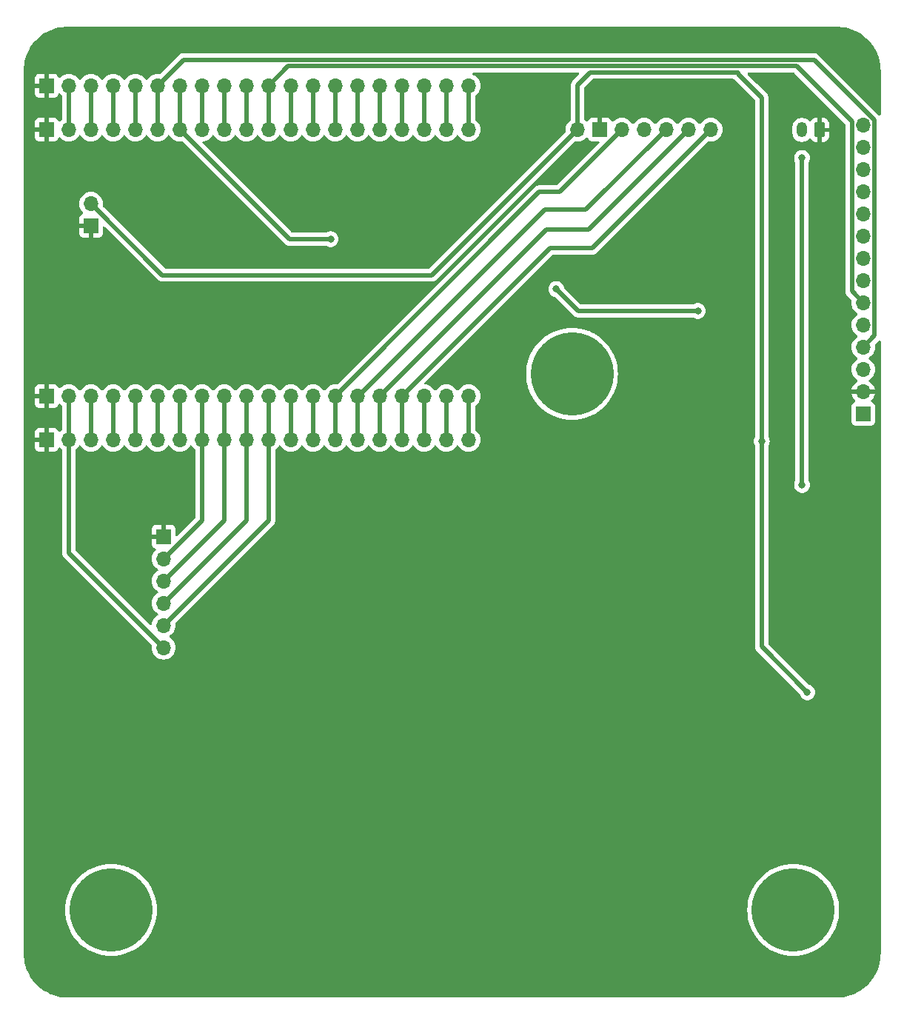
<source format=gbr>
%TF.GenerationSoftware,KiCad,Pcbnew,8.0.6*%
%TF.CreationDate,2024-11-05T07:22:12-08:00*%
%TF.ProjectId,Final_Project_PCB,46696e61-6c5f-4507-926f-6a6563745f50,1.0*%
%TF.SameCoordinates,Original*%
%TF.FileFunction,Copper,L2,Bot*%
%TF.FilePolarity,Positive*%
%FSLAX46Y46*%
G04 Gerber Fmt 4.6, Leading zero omitted, Abs format (unit mm)*
G04 Created by KiCad (PCBNEW 8.0.6) date 2024-11-05 07:22:12*
%MOMM*%
%LPD*%
G01*
G04 APERTURE LIST*
G04 Aperture macros list*
%AMRoundRect*
0 Rectangle with rounded corners*
0 $1 Rounding radius*
0 $2 $3 $4 $5 $6 $7 $8 $9 X,Y pos of 4 corners*
0 Add a 4 corners polygon primitive as box body*
4,1,4,$2,$3,$4,$5,$6,$7,$8,$9,$2,$3,0*
0 Add four circle primitives for the rounded corners*
1,1,$1+$1,$2,$3*
1,1,$1+$1,$4,$5*
1,1,$1+$1,$6,$7*
1,1,$1+$1,$8,$9*
0 Add four rect primitives between the rounded corners*
20,1,$1+$1,$2,$3,$4,$5,0*
20,1,$1+$1,$4,$5,$6,$7,0*
20,1,$1+$1,$6,$7,$8,$9,0*
20,1,$1+$1,$8,$9,$2,$3,0*%
G04 Aperture macros list end*
%TA.AperFunction,ComponentPad*%
%ADD10C,5.700000*%
%TD*%
%TA.AperFunction,ConnectorPad*%
%ADD11C,9.500000*%
%TD*%
%TA.AperFunction,ComponentPad*%
%ADD12R,1.700000X1.700000*%
%TD*%
%TA.AperFunction,ComponentPad*%
%ADD13O,1.700000X1.700000*%
%TD*%
%TA.AperFunction,ComponentPad*%
%ADD14RoundRect,0.250000X0.350000X0.625000X-0.350000X0.625000X-0.350000X-0.625000X0.350000X-0.625000X0*%
%TD*%
%TA.AperFunction,ComponentPad*%
%ADD15O,1.200000X1.750000*%
%TD*%
%TA.AperFunction,ViaPad*%
%ADD16C,0.800000*%
%TD*%
%TA.AperFunction,Conductor*%
%ADD17C,0.500000*%
%TD*%
G04 APERTURE END LIST*
D10*
%TO.P,MNT2,1*%
%TO.N,N/C*%
X198000000Y-151000000D03*
D11*
X198000000Y-151000000D03*
%TD*%
D10*
%TO.P,MNT3,1*%
%TO.N,N/C*%
X120000000Y-151000000D03*
D11*
X120000000Y-151000000D03*
%TD*%
D12*
%TO.P,LCD1,1,Pin_1*%
%TO.N,/+*%
X206000000Y-94260000D03*
D13*
%TO.P,LCD1,2,Pin_2*%
%TO.N,GND*%
X206000000Y-91720000D03*
%TO.P,LCD1,3,Pin_3*%
%TO.N,/IO34*%
X206000000Y-89180000D03*
%TO.P,LCD1,4,Pin_4*%
%TO.N,/IO33*%
X206000000Y-86640000D03*
%TO.P,LCD1,5,Pin_5*%
%TO.N,/IO47*%
X206000000Y-84100000D03*
%TO.P,LCD1,6,Pin_6*%
%TO.N,/IO37*%
X206000000Y-81560000D03*
%TO.P,LCD1,7,Pin_7*%
%TO.N,/IO36*%
X206000000Y-79020000D03*
%TO.P,LCD1,8,Pin_8*%
%TO.N,/IO41*%
X206000000Y-76480000D03*
%TO.P,LCD1,9,Pin_9*%
%TO.N,/IO35*%
X206000000Y-73940000D03*
%TO.P,LCD1,10,Pin_10*%
%TO.N,/IO42*%
X206000000Y-71400000D03*
%TO.P,LCD1,11,Pin_11*%
%TO.N,/IO43*%
X206000000Y-68860000D03*
%TO.P,LCD1,12,Pin_12*%
%TO.N,/IO44*%
X206000000Y-66320000D03*
%TO.P,LCD1,13,Pin_13*%
%TO.N,/IO45*%
X206000000Y-63780000D03*
%TO.P,LCD1,14,Pin_14*%
%TO.N,/IO46*%
X206000000Y-61240000D03*
%TD*%
D10*
%TO.P,MNT1,1*%
%TO.N,N/C*%
X172700000Y-89700000D03*
D11*
X172700000Y-89700000D03*
%TD*%
D13*
%TO.P,01-GND_Breakout1,1,Pin_1*%
%TO.N,/Top*%
X160870800Y-97225500D03*
%TO.P,01-GND_Breakout1,2,Pin_2*%
%TO.N,/Select*%
X158330800Y-97225500D03*
%TO.P,01-GND_Breakout1,3,Pin_3*%
%TO.N,/Bottom*%
X155790800Y-97225500D03*
%TO.P,01-GND_Breakout1,4,Pin_4*%
%TO.N,/A1*%
X153250800Y-97225500D03*
%TO.P,01-GND_Breakout1,5,Pin_5*%
%TO.N,/A2*%
X150710800Y-97225500D03*
%TO.P,01-GND_Breakout1,6,Pin_6*%
%TO.N,/A3*%
X148170800Y-97225500D03*
%TO.P,01-GND_Breakout1,7,Pin_7*%
%TO.N,/A5*%
X145630800Y-97225500D03*
%TO.P,01-GND_Breakout1,8,Pin_8*%
%TO.N,Net-(01-GND_Breakout1-Pin_8)*%
X143090800Y-97225500D03*
%TO.P,01-GND_Breakout1,9,Pin_9*%
%TO.N,Net-(01-GND_Breakout1-Pin_9)*%
X140550800Y-97225500D03*
%TO.P,01-GND_Breakout1,10,Pin_10*%
%TO.N,/SD1*%
X138010800Y-97225500D03*
%TO.P,01-GND_Breakout1,11,Pin_11*%
%TO.N,/SD2*%
X135470800Y-97225500D03*
%TO.P,01-GND_Breakout1,12,Pin_12*%
%TO.N,/SD3*%
X132930800Y-97225500D03*
%TO.P,01-GND_Breakout1,13,Pin_13*%
%TO.N,/SD4*%
X130390800Y-97225500D03*
%TO.P,01-GND_Breakout1,14,Pin_14*%
%TO.N,/D-Pad_Right*%
X127850800Y-97225500D03*
%TO.P,01-GND_Breakout1,15,Pin_15*%
%TO.N,/D-Pad_Down*%
X125310800Y-97225500D03*
%TO.P,01-GND_Breakout1,16,Pin_16*%
%TO.N,/D-Pad_Up*%
X122770800Y-97225500D03*
%TO.P,01-GND_Breakout1,17,Pin_17*%
%TO.N,/D-Pad_Left*%
X120230800Y-97225500D03*
%TO.P,01-GND_Breakout1,18,Pin_18*%
%TO.N,Net-(01-GND_Breakout1-Pin_18)*%
X117690800Y-97225500D03*
%TO.P,01-GND_Breakout1,19,Pin_19*%
%TO.N,/Vin(3.3)*%
X115150800Y-97225500D03*
D12*
%TO.P,01-GND_Breakout1,20,Pin_20*%
%TO.N,GND*%
X112610800Y-97225500D03*
%TD*%
D13*
%TO.P,Amplifier1,1,Pin_1*%
%TO.N,/A1*%
X188580000Y-61745500D03*
%TO.P,Amplifier1,2,Pin_2*%
%TO.N,/A2*%
X186040000Y-61745500D03*
%TO.P,Amplifier1,3,Pin_3*%
%TO.N,/A3*%
X183500000Y-61745500D03*
%TO.P,Amplifier1,4,Pin_4*%
%TO.N,Net-(Amplifier1-Pin_4)*%
X180960000Y-61745500D03*
%TO.P,Amplifier1,5,Pin_5*%
%TO.N,/A5*%
X178420000Y-61745500D03*
D12*
%TO.P,Amplifier1,6,Pin_6*%
%TO.N,GND*%
X175880000Y-61745500D03*
D13*
%TO.P,Amplifier1,7,Pin_7*%
%TO.N,/+*%
X173340000Y-61745500D03*
%TD*%
D14*
%TO.P,JSTBattery1,1,Pin_1*%
%TO.N,GND*%
X201000000Y-61800000D03*
D15*
%TO.P,JSTBattery1,2,Pin_2*%
%TO.N,Net-(JSTBattery1-Pin_2)*%
X199000000Y-61800000D03*
%TD*%
D13*
%TO.P,SDAdaptor1,1,Pin_1*%
%TO.N,/Vin(3.3)*%
X126000000Y-121000000D03*
%TO.P,SDAdaptor1,2,Pin_2*%
%TO.N,/SD1*%
X126000000Y-118460000D03*
%TO.P,SDAdaptor1,3,Pin_3*%
%TO.N,/SD2*%
X126000000Y-115920000D03*
%TO.P,SDAdaptor1,4,Pin_4*%
%TO.N,/SD3*%
X126000000Y-113380000D03*
%TO.P,SDAdaptor1,5,Pin_5*%
%TO.N,/SD4*%
X126000000Y-110840000D03*
D12*
%TO.P,SDAdaptor1,6,Pin_6*%
%TO.N,GND*%
X126000000Y-108300000D03*
%TD*%
D13*
%TO.P,DevBoardI01-GND1,1,Pin_1*%
%TO.N,/Top*%
X160870800Y-92225500D03*
%TO.P,DevBoardI01-GND1,2,Pin_2*%
%TO.N,/Select*%
X158330800Y-92225500D03*
%TO.P,DevBoardI01-GND1,3,Pin_3*%
%TO.N,/Bottom*%
X155790800Y-92225500D03*
%TO.P,DevBoardI01-GND1,4,Pin_4*%
%TO.N,/A1*%
X153250800Y-92225500D03*
%TO.P,DevBoardI01-GND1,5,Pin_5*%
%TO.N,/A2*%
X150710800Y-92225500D03*
%TO.P,DevBoardI01-GND1,6,Pin_6*%
%TO.N,/A3*%
X148170800Y-92225500D03*
%TO.P,DevBoardI01-GND1,7,Pin_7*%
%TO.N,/A5*%
X145630800Y-92225500D03*
%TO.P,DevBoardI01-GND1,8,Pin_8*%
%TO.N,Net-(01-GND_Breakout1-Pin_8)*%
X143090800Y-92225500D03*
%TO.P,DevBoardI01-GND1,9,Pin_9*%
%TO.N,Net-(01-GND_Breakout1-Pin_9)*%
X140550800Y-92225500D03*
%TO.P,DevBoardI01-GND1,10,Pin_10*%
%TO.N,/SD1*%
X138010800Y-92225500D03*
%TO.P,DevBoardI01-GND1,11,Pin_11*%
%TO.N,/SD2*%
X135470800Y-92225500D03*
%TO.P,DevBoardI01-GND1,12,Pin_12*%
%TO.N,/SD3*%
X132930800Y-92225500D03*
%TO.P,DevBoardI01-GND1,13,Pin_13*%
%TO.N,/SD4*%
X130390800Y-92225500D03*
%TO.P,DevBoardI01-GND1,14,Pin_14*%
%TO.N,/D-Pad_Right*%
X127850800Y-92225500D03*
%TO.P,DevBoardI01-GND1,15,Pin_15*%
%TO.N,/D-Pad_Down*%
X125310800Y-92225500D03*
%TO.P,DevBoardI01-GND1,16,Pin_16*%
%TO.N,/D-Pad_Up*%
X122770800Y-92225500D03*
%TO.P,DevBoardI01-GND1,17,Pin_17*%
%TO.N,/D-Pad_Left*%
X120230800Y-92225500D03*
%TO.P,DevBoardI01-GND1,18,Pin_18*%
%TO.N,Net-(01-GND_Breakout1-Pin_18)*%
X117690800Y-92225500D03*
%TO.P,DevBoardI01-GND1,19,Pin_19*%
%TO.N,/Vin(3.3)*%
X115150800Y-92225500D03*
D12*
%TO.P,DevBoardI01-GND1,20,Pin_20*%
%TO.N,GND*%
X112610800Y-92225500D03*
%TD*%
D13*
%TO.P,46-GND_Breakout1,1,Pin_1*%
%TO.N,/IO46*%
X160870800Y-56745500D03*
%TO.P,46-GND_Breakout1,2,Pin_2*%
%TO.N,/IO45*%
X158330800Y-56745500D03*
%TO.P,46-GND_Breakout1,3,Pin_3*%
%TO.N,/IO44*%
X155790800Y-56745500D03*
%TO.P,46-GND_Breakout1,4,Pin_4*%
%TO.N,/IO43*%
X153250800Y-56745500D03*
%TO.P,46-GND_Breakout1,5,Pin_5*%
%TO.N,/IO42*%
X150710800Y-56745500D03*
%TO.P,46-GND_Breakout1,6,Pin_6*%
%TO.N,/IO41*%
X148170800Y-56745500D03*
%TO.P,46-GND_Breakout1,7,Pin_7*%
%TO.N,/IO40*%
X145630800Y-56745500D03*
%TO.P,46-GND_Breakout1,8,Pin_8*%
%TO.N,/IO39*%
X143090800Y-56745500D03*
%TO.P,46-GND_Breakout1,9,Pin_9*%
%TO.N,/IO38*%
X140550800Y-56745500D03*
%TO.P,46-GND_Breakout1,10,Pin_10*%
%TO.N,/IO37*%
X138010800Y-56745500D03*
%TO.P,46-GND_Breakout1,11,Pin_11*%
%TO.N,/IO36*%
X135470800Y-56745500D03*
%TO.P,46-GND_Breakout1,12,Pin_12*%
%TO.N,/IO35*%
X132930800Y-56745500D03*
%TO.P,46-GND_Breakout1,13,Pin_13*%
%TO.N,/IO48*%
X130390800Y-56745500D03*
%TO.P,46-GND_Breakout1,14,Pin_14*%
%TO.N,/IO34*%
X127850800Y-56745500D03*
%TO.P,46-GND_Breakout1,15,Pin_15*%
%TO.N,/IO33*%
X125310800Y-56745500D03*
%TO.P,46-GND_Breakout1,16,Pin_16*%
%TO.N,/IO47*%
X122770800Y-56745500D03*
%TO.P,46-GND_Breakout1,17,Pin_17*%
%TO.N,/IO26*%
X120230800Y-56745500D03*
%TO.P,46-GND_Breakout1,18,Pin_18*%
%TO.N,/IO21*%
X117690800Y-56745500D03*
%TO.P,46-GND_Breakout1,19,Pin_19*%
%TO.N,/Vin(5)*%
X115150800Y-56745500D03*
D12*
%TO.P,46-GND_Breakout1,20,Pin_20*%
%TO.N,GND*%
X112610800Y-56745500D03*
%TD*%
%TO.P,BatToBoard1,1,Pin_1*%
%TO.N,GND*%
X117696598Y-72774478D03*
D13*
%TO.P,BatToBoard1,2,Pin_2*%
%TO.N,/+*%
X117696598Y-70234478D03*
%TD*%
%TO.P,DevBoardIO46-GND1,1,Pin_1*%
%TO.N,/IO46*%
X160870800Y-61745500D03*
%TO.P,DevBoardIO46-GND1,2,Pin_2*%
%TO.N,/IO45*%
X158330800Y-61745500D03*
%TO.P,DevBoardIO46-GND1,3,Pin_3*%
%TO.N,/IO44*%
X155790800Y-61745500D03*
%TO.P,DevBoardIO46-GND1,4,Pin_4*%
%TO.N,/IO43*%
X153250800Y-61745500D03*
%TO.P,DevBoardIO46-GND1,5,Pin_5*%
%TO.N,/IO42*%
X150710800Y-61745500D03*
%TO.P,DevBoardIO46-GND1,6,Pin_6*%
%TO.N,/IO41*%
X148170800Y-61745500D03*
%TO.P,DevBoardIO46-GND1,7,Pin_7*%
%TO.N,/IO40*%
X145630800Y-61745500D03*
%TO.P,DevBoardIO46-GND1,8,Pin_8*%
%TO.N,/IO39*%
X143090800Y-61745500D03*
%TO.P,DevBoardIO46-GND1,9,Pin_9*%
%TO.N,/IO38*%
X140550800Y-61745500D03*
%TO.P,DevBoardIO46-GND1,10,Pin_10*%
%TO.N,/IO37*%
X138010800Y-61745500D03*
%TO.P,DevBoardIO46-GND1,11,Pin_11*%
%TO.N,/IO36*%
X135470800Y-61745500D03*
%TO.P,DevBoardIO46-GND1,12,Pin_12*%
%TO.N,/IO35*%
X132930800Y-61745500D03*
%TO.P,DevBoardIO46-GND1,13,Pin_13*%
%TO.N,/IO48*%
X130390800Y-61745500D03*
%TO.P,DevBoardIO46-GND1,14,Pin_14*%
%TO.N,/IO34*%
X127850800Y-61745500D03*
%TO.P,DevBoardIO46-GND1,15,Pin_15*%
%TO.N,/IO33*%
X125310800Y-61745500D03*
%TO.P,DevBoardIO46-GND1,16,Pin_16*%
%TO.N,/IO47*%
X122770800Y-61745500D03*
%TO.P,DevBoardIO46-GND1,17,Pin_17*%
%TO.N,/IO26*%
X120230800Y-61745500D03*
%TO.P,DevBoardIO46-GND1,18,Pin_18*%
%TO.N,/IO21*%
X117690800Y-61745500D03*
%TO.P,DevBoardIO46-GND1,19,Pin_19*%
%TO.N,/Vin(5)*%
X115150800Y-61745500D03*
D12*
%TO.P,DevBoardIO46-GND1,20,Pin_20*%
%TO.N,GND*%
X112610800Y-61745500D03*
%TD*%
D16*
%TO.N,GND*%
X185200000Y-128500000D03*
X139300000Y-135700000D03*
X157900000Y-126200000D03*
X175500000Y-104600000D03*
X158700000Y-141900000D03*
X189300000Y-74500000D03*
X189100000Y-99800000D03*
X181100000Y-137400000D03*
X134700000Y-119100000D03*
%TO.N,/+*%
X199600000Y-126100000D03*
X194400000Y-97400000D03*
%TO.N,Net-(JSTBattery1-Pin_2)*%
X199000000Y-65000000D03*
X199000000Y-102400000D03*
%TO.N,/IO34*%
X170900000Y-80000000D03*
X145100000Y-74300000D03*
X187100000Y-82500000D03*
%TD*%
D17*
%TO.N,/A3*%
X183454500Y-61745500D02*
X174300000Y-70900000D01*
X183500000Y-61745500D02*
X183454500Y-61745500D01*
X148170800Y-97225500D02*
X148170800Y-92225500D01*
X174300000Y-70900000D02*
X169600000Y-70900000D01*
X169600000Y-70900000D02*
X148274500Y-92225500D01*
X148274500Y-92225500D02*
X148170800Y-92225500D01*
%TO.N,/A2*%
X186040000Y-61745500D02*
X174585500Y-73200000D01*
X169736300Y-73200000D02*
X150710800Y-92225500D01*
X150710800Y-97225500D02*
X150710800Y-92225500D01*
X174585500Y-73200000D02*
X169736300Y-73200000D01*
%TO.N,/A5*%
X171265500Y-68900000D02*
X168956300Y-68900000D01*
X145630800Y-97225500D02*
X145630800Y-92225500D01*
X168956300Y-68900000D02*
X145630800Y-92225500D01*
X178420000Y-61745500D02*
X171265500Y-68900000D01*
%TO.N,/A1*%
X170176300Y-75300000D02*
X153250800Y-92225500D01*
X188580000Y-61745500D02*
X175025500Y-75300000D01*
X175025500Y-75300000D02*
X170176300Y-75300000D01*
X153250800Y-97225500D02*
X153250800Y-92225500D01*
%TO.N,/Vin(3.3)*%
X115150800Y-92225500D02*
X115150800Y-97225500D01*
X126000000Y-121000000D02*
X115150800Y-110150800D01*
X115150800Y-110150800D02*
X115150800Y-97225500D01*
%TO.N,/SD4*%
X126000000Y-110840000D02*
X130390800Y-106449200D01*
X130390800Y-97225500D02*
X130390800Y-92225500D01*
X130390800Y-106449200D02*
X130390800Y-97225500D01*
%TO.N,/Select*%
X158330800Y-92225500D02*
X158330800Y-97225500D01*
%TO.N,/Bottom*%
X155790800Y-92225500D02*
X155790800Y-97225500D01*
%TO.N,/SD3*%
X132930800Y-106449200D02*
X132930800Y-97225500D01*
X132930800Y-97225500D02*
X132930800Y-92225500D01*
X126000000Y-113380000D02*
X132930800Y-106449200D01*
%TO.N,/SD2*%
X135470800Y-97225500D02*
X135470800Y-92225500D01*
X126000000Y-115920000D02*
X135470800Y-106449200D01*
X135470800Y-106449200D02*
X135470800Y-97225500D01*
%TO.N,/SD1*%
X138010800Y-97225500D02*
X138010800Y-92225500D01*
X126000000Y-118460000D02*
X138010800Y-106449200D01*
X138010800Y-106449200D02*
X138010800Y-97225500D01*
%TO.N,/Vin(5)*%
X115150800Y-56745500D02*
X115150800Y-61745500D01*
%TO.N,/+*%
X191700000Y-55400000D02*
X191700000Y-55200000D01*
X194400000Y-120900000D02*
X194400000Y-97400000D01*
X191700000Y-55200000D02*
X174800000Y-55200000D01*
X173340000Y-56660000D02*
X173340000Y-61745500D01*
X156685500Y-78400000D02*
X125862120Y-78400000D01*
X125862120Y-78400000D02*
X117696598Y-70234478D01*
X174800000Y-55200000D02*
X173340000Y-56660000D01*
X194400000Y-97400000D02*
X194400000Y-58100000D01*
X199600000Y-126100000D02*
X194400000Y-120900000D01*
X194400000Y-58100000D02*
X191700000Y-55400000D01*
X173340000Y-61745500D02*
X156685500Y-78400000D01*
%TO.N,/Top*%
X160870800Y-92225500D02*
X160870800Y-97225500D01*
%TO.N,Net-(01-GND_Breakout1-Pin_9)*%
X140550800Y-97225500D02*
X140550800Y-92225500D01*
%TO.N,Net-(JSTBattery1-Pin_2)*%
X199000000Y-65000000D02*
X199000000Y-102400000D01*
%TO.N,Net-(01-GND_Breakout1-Pin_8)*%
X143090800Y-92225500D02*
X143090800Y-97225500D01*
%TO.N,Net-(01-GND_Breakout1-Pin_18)*%
X117690800Y-92225500D02*
X117690800Y-97225500D01*
%TO.N,/IO37*%
X204700000Y-60800000D02*
X198400000Y-54500000D01*
X198400000Y-54500000D02*
X140256300Y-54500000D01*
X138010800Y-56745500D02*
X138010800Y-61745500D01*
X206000000Y-81560000D02*
X204700000Y-80260000D01*
X140256300Y-54500000D02*
X138010800Y-56745500D01*
X204700000Y-80260000D02*
X204700000Y-60800000D01*
%TO.N,/IO35*%
X132930800Y-56745500D02*
X132930800Y-61745500D01*
%TO.N,/IO41*%
X148170800Y-56745500D02*
X148170800Y-61745500D01*
%TO.N,/IO38*%
X140550800Y-56745500D02*
X140550800Y-61745500D01*
%TO.N,/IO33*%
X200398478Y-53800000D02*
X128256300Y-53800000D01*
X128256300Y-53800000D02*
X125310800Y-56745500D01*
X125310800Y-56745500D02*
X125310800Y-61745500D01*
X206000000Y-86640000D02*
X207300000Y-85340000D01*
X207300000Y-85340000D02*
X207300000Y-60701522D01*
X207300000Y-60701522D02*
X200398478Y-53800000D01*
%TO.N,/IO45*%
X158330800Y-56745500D02*
X158330800Y-61745500D01*
%TO.N,/IO36*%
X135470800Y-56745500D02*
X135470800Y-61745500D01*
%TO.N,/IO42*%
X150710800Y-56745500D02*
X150710800Y-61745500D01*
%TO.N,/IO47*%
X122770800Y-56745500D02*
X122770800Y-61745500D01*
%TO.N,/IO34*%
X187100000Y-82500000D02*
X173400000Y-82500000D01*
X173400000Y-82500000D02*
X170900000Y-80000000D01*
X127850800Y-56745500D02*
X127850800Y-61745500D01*
X145100000Y-74300000D02*
X140405300Y-74300000D01*
X140405300Y-74300000D02*
X127850800Y-61745500D01*
%TO.N,/IO40*%
X145630800Y-56745500D02*
X145630800Y-61745500D01*
%TO.N,/IO46*%
X160870800Y-56745500D02*
X160870800Y-61745500D01*
%TO.N,/IO48*%
X130390800Y-56745500D02*
X130390800Y-61745500D01*
%TO.N,/IO21*%
X117690800Y-56745500D02*
X117690800Y-61745500D01*
%TO.N,/IO39*%
X143090800Y-56745500D02*
X143090800Y-61745500D01*
%TO.N,/IO26*%
X120230800Y-56745500D02*
X120230800Y-61745500D01*
%TO.N,/D-Pad_Up*%
X122770800Y-92225500D02*
X122770800Y-97225500D01*
%TO.N,/D-Pad_Left*%
X120230800Y-92225500D02*
X120230800Y-97225500D01*
%TO.N,/D-Pad_Right*%
X127850800Y-92225500D02*
X127850800Y-97225500D01*
%TO.N,/D-Pad_Down*%
X125310800Y-92225500D02*
X125310800Y-97225500D01*
%TO.N,/IO43*%
X153250800Y-56745500D02*
X153250800Y-61745500D01*
%TO.N,/IO44*%
X155790800Y-56745500D02*
X155790800Y-61745500D01*
%TD*%
%TA.AperFunction,Conductor*%
%TO.N,GND*%
G36*
X203000641Y-50000006D02*
G01*
X203213481Y-50002328D01*
X203222915Y-50002792D01*
X203647552Y-50039943D01*
X203658270Y-50041354D01*
X204077393Y-50115256D01*
X204087921Y-50117590D01*
X204499033Y-50227747D01*
X204509322Y-50230992D01*
X204909255Y-50376555D01*
X204919221Y-50380683D01*
X205304942Y-50560547D01*
X205314528Y-50565538D01*
X205683088Y-50778326D01*
X205692207Y-50784135D01*
X206040820Y-51028237D01*
X206049402Y-51034822D01*
X206375420Y-51308383D01*
X206383395Y-51315692D01*
X206684307Y-51616604D01*
X206691616Y-51624579D01*
X206965177Y-51950597D01*
X206971762Y-51959179D01*
X207215864Y-52307792D01*
X207221676Y-52316916D01*
X207434459Y-52685467D01*
X207439454Y-52695062D01*
X207618180Y-53078342D01*
X207619310Y-53080764D01*
X207623448Y-53090756D01*
X207669416Y-53217050D01*
X207769003Y-53490664D01*
X207772256Y-53500980D01*
X207882405Y-53912061D01*
X207884746Y-53922623D01*
X207958644Y-54341725D01*
X207960056Y-54352450D01*
X207997206Y-54777073D01*
X207997671Y-54786527D01*
X207999993Y-54999357D01*
X208000000Y-55000710D01*
X208000000Y-60040791D01*
X207980315Y-60107830D01*
X207927511Y-60153585D01*
X207858353Y-60163529D01*
X207794797Y-60134504D01*
X207788319Y-60128472D01*
X200876899Y-53217052D01*
X200876892Y-53217046D01*
X200803207Y-53167812D01*
X200803207Y-53167813D01*
X200753969Y-53134913D01*
X200617395Y-53078343D01*
X200617385Y-53078340D01*
X200472398Y-53049500D01*
X200472396Y-53049500D01*
X128182382Y-53049500D01*
X128182380Y-53049500D01*
X128037392Y-53078340D01*
X128037386Y-53078342D01*
X127900808Y-53134914D01*
X127900796Y-53134921D01*
X127851569Y-53167813D01*
X127777888Y-53217044D01*
X127777880Y-53217050D01*
X125622300Y-55372630D01*
X125560977Y-55406115D01*
X125523812Y-55408477D01*
X125310802Y-55389841D01*
X125310799Y-55389841D01*
X125075396Y-55410436D01*
X125075386Y-55410438D01*
X124847144Y-55471594D01*
X124847135Y-55471598D01*
X124632971Y-55571464D01*
X124632969Y-55571465D01*
X124439397Y-55707005D01*
X124272305Y-55874097D01*
X124142375Y-56059658D01*
X124087798Y-56103283D01*
X124018300Y-56110477D01*
X123955945Y-56078954D01*
X123939225Y-56059658D01*
X123809294Y-55874097D01*
X123642202Y-55707006D01*
X123642195Y-55707001D01*
X123448634Y-55571467D01*
X123448630Y-55571465D01*
X123377527Y-55538309D01*
X123234463Y-55471597D01*
X123234459Y-55471596D01*
X123234455Y-55471594D01*
X123006213Y-55410438D01*
X123006203Y-55410436D01*
X122770801Y-55389841D01*
X122770799Y-55389841D01*
X122535396Y-55410436D01*
X122535386Y-55410438D01*
X122307144Y-55471594D01*
X122307135Y-55471598D01*
X122092971Y-55571464D01*
X122092969Y-55571465D01*
X121899397Y-55707005D01*
X121732305Y-55874097D01*
X121602375Y-56059658D01*
X121547798Y-56103283D01*
X121478300Y-56110477D01*
X121415945Y-56078954D01*
X121399225Y-56059658D01*
X121269294Y-55874097D01*
X121102202Y-55707006D01*
X121102195Y-55707001D01*
X120908634Y-55571467D01*
X120908630Y-55571465D01*
X120837527Y-55538309D01*
X120694463Y-55471597D01*
X120694459Y-55471596D01*
X120694455Y-55471594D01*
X120466213Y-55410438D01*
X120466203Y-55410436D01*
X120230801Y-55389841D01*
X120230799Y-55389841D01*
X119995396Y-55410436D01*
X119995386Y-55410438D01*
X119767144Y-55471594D01*
X119767135Y-55471598D01*
X119552971Y-55571464D01*
X119552969Y-55571465D01*
X119359397Y-55707005D01*
X119192305Y-55874097D01*
X119062375Y-56059658D01*
X119007798Y-56103283D01*
X118938300Y-56110477D01*
X118875945Y-56078954D01*
X118859225Y-56059658D01*
X118729294Y-55874097D01*
X118562202Y-55707006D01*
X118562195Y-55707001D01*
X118368634Y-55571467D01*
X118368630Y-55571465D01*
X118297527Y-55538309D01*
X118154463Y-55471597D01*
X118154459Y-55471596D01*
X118154455Y-55471594D01*
X117926213Y-55410438D01*
X117926203Y-55410436D01*
X117690801Y-55389841D01*
X117690799Y-55389841D01*
X117455396Y-55410436D01*
X117455386Y-55410438D01*
X117227144Y-55471594D01*
X117227135Y-55471598D01*
X117012971Y-55571464D01*
X117012969Y-55571465D01*
X116819397Y-55707005D01*
X116652305Y-55874097D01*
X116522375Y-56059658D01*
X116467798Y-56103283D01*
X116398300Y-56110477D01*
X116335945Y-56078954D01*
X116319225Y-56059658D01*
X116189294Y-55874097D01*
X116022202Y-55707006D01*
X116022195Y-55707001D01*
X115828634Y-55571467D01*
X115828630Y-55571465D01*
X115757527Y-55538309D01*
X115614463Y-55471597D01*
X115614459Y-55471596D01*
X115614455Y-55471594D01*
X115386213Y-55410438D01*
X115386203Y-55410436D01*
X115150801Y-55389841D01*
X115150799Y-55389841D01*
X114915396Y-55410436D01*
X114915386Y-55410438D01*
X114687144Y-55471594D01*
X114687135Y-55471598D01*
X114472971Y-55571464D01*
X114472969Y-55571465D01*
X114279400Y-55707003D01*
X114157084Y-55829319D01*
X114095761Y-55862803D01*
X114026069Y-55857819D01*
X113970136Y-55815947D01*
X113953221Y-55784970D01*
X113904154Y-55653413D01*
X113904150Y-55653406D01*
X113817990Y-55538312D01*
X113817987Y-55538309D01*
X113702893Y-55452149D01*
X113702886Y-55452145D01*
X113568179Y-55401903D01*
X113568172Y-55401901D01*
X113508644Y-55395500D01*
X112860800Y-55395500D01*
X112860800Y-56312488D01*
X112803793Y-56279575D01*
X112676626Y-56245500D01*
X112544974Y-56245500D01*
X112417807Y-56279575D01*
X112360800Y-56312488D01*
X112360800Y-55395500D01*
X111712955Y-55395500D01*
X111653427Y-55401901D01*
X111653420Y-55401903D01*
X111518713Y-55452145D01*
X111518706Y-55452149D01*
X111403612Y-55538309D01*
X111403609Y-55538312D01*
X111317449Y-55653406D01*
X111317445Y-55653413D01*
X111267203Y-55788120D01*
X111267201Y-55788127D01*
X111260800Y-55847655D01*
X111260800Y-56495500D01*
X112177788Y-56495500D01*
X112144875Y-56552507D01*
X112110800Y-56679674D01*
X112110800Y-56811326D01*
X112144875Y-56938493D01*
X112177788Y-56995500D01*
X111260800Y-56995500D01*
X111260800Y-57643344D01*
X111267201Y-57702872D01*
X111267203Y-57702879D01*
X111317445Y-57837586D01*
X111317449Y-57837593D01*
X111403609Y-57952687D01*
X111403612Y-57952690D01*
X111518706Y-58038850D01*
X111518713Y-58038854D01*
X111653420Y-58089096D01*
X111653427Y-58089098D01*
X111712955Y-58095499D01*
X111712972Y-58095500D01*
X112360800Y-58095500D01*
X112360800Y-57178512D01*
X112417807Y-57211425D01*
X112544974Y-57245500D01*
X112676626Y-57245500D01*
X112803793Y-57211425D01*
X112860800Y-57178512D01*
X112860800Y-58095500D01*
X113508628Y-58095500D01*
X113508644Y-58095499D01*
X113568172Y-58089098D01*
X113568179Y-58089096D01*
X113702886Y-58038854D01*
X113702893Y-58038850D01*
X113817987Y-57952690D01*
X113817990Y-57952687D01*
X113904150Y-57837593D01*
X113904154Y-57837586D01*
X113953222Y-57706029D01*
X113995093Y-57650095D01*
X114060557Y-57625678D01*
X114128830Y-57640530D01*
X114157082Y-57661678D01*
X114279399Y-57783995D01*
X114347423Y-57831625D01*
X114391048Y-57886201D01*
X114400300Y-57933200D01*
X114400300Y-60557798D01*
X114380615Y-60624837D01*
X114347425Y-60659372D01*
X114279399Y-60707005D01*
X114157084Y-60829319D01*
X114095760Y-60862803D01*
X114026069Y-60857818D01*
X113970135Y-60815947D01*
X113953221Y-60784970D01*
X113904154Y-60653413D01*
X113904150Y-60653406D01*
X113817990Y-60538312D01*
X113817987Y-60538309D01*
X113702893Y-60452149D01*
X113702886Y-60452145D01*
X113568179Y-60401903D01*
X113568172Y-60401901D01*
X113508644Y-60395500D01*
X112860800Y-60395500D01*
X112860800Y-61312488D01*
X112803793Y-61279575D01*
X112676626Y-61245500D01*
X112544974Y-61245500D01*
X112417807Y-61279575D01*
X112360800Y-61312488D01*
X112360800Y-60395500D01*
X111712955Y-60395500D01*
X111653427Y-60401901D01*
X111653420Y-60401903D01*
X111518713Y-60452145D01*
X111518706Y-60452149D01*
X111403612Y-60538309D01*
X111403609Y-60538312D01*
X111317449Y-60653406D01*
X111317445Y-60653413D01*
X111267203Y-60788120D01*
X111267201Y-60788127D01*
X111260800Y-60847655D01*
X111260800Y-61495500D01*
X112177788Y-61495500D01*
X112144875Y-61552507D01*
X112110800Y-61679674D01*
X112110800Y-61811326D01*
X112144875Y-61938493D01*
X112177788Y-61995500D01*
X111260800Y-61995500D01*
X111260800Y-62643344D01*
X111267201Y-62702872D01*
X111267203Y-62702879D01*
X111317445Y-62837586D01*
X111317449Y-62837593D01*
X111403609Y-62952687D01*
X111403612Y-62952690D01*
X111518706Y-63038850D01*
X111518713Y-63038854D01*
X111653420Y-63089096D01*
X111653427Y-63089098D01*
X111712955Y-63095499D01*
X111712972Y-63095500D01*
X112360800Y-63095500D01*
X112360800Y-62178512D01*
X112417807Y-62211425D01*
X112544974Y-62245500D01*
X112676626Y-62245500D01*
X112803793Y-62211425D01*
X112860800Y-62178512D01*
X112860800Y-63095500D01*
X113508628Y-63095500D01*
X113508644Y-63095499D01*
X113568172Y-63089098D01*
X113568179Y-63089096D01*
X113702886Y-63038854D01*
X113702893Y-63038850D01*
X113817987Y-62952690D01*
X113817990Y-62952687D01*
X113904150Y-62837593D01*
X113904154Y-62837586D01*
X113953222Y-62706029D01*
X113995093Y-62650095D01*
X114060557Y-62625678D01*
X114128830Y-62640530D01*
X114157085Y-62661681D01*
X114279399Y-62783995D01*
X114343806Y-62829093D01*
X114472965Y-62919532D01*
X114472967Y-62919533D01*
X114472970Y-62919535D01*
X114687137Y-63019403D01*
X114915392Y-63080563D01*
X115103718Y-63097039D01*
X115150799Y-63101159D01*
X115150800Y-63101159D01*
X115150801Y-63101159D01*
X115190034Y-63097726D01*
X115386208Y-63080563D01*
X115614463Y-63019403D01*
X115828630Y-62919535D01*
X116022201Y-62783995D01*
X116189295Y-62616901D01*
X116319225Y-62431342D01*
X116373802Y-62387717D01*
X116443300Y-62380523D01*
X116505655Y-62412046D01*
X116522375Y-62431342D01*
X116652300Y-62616895D01*
X116652305Y-62616901D01*
X116819399Y-62783995D01*
X116883806Y-62829093D01*
X117012965Y-62919532D01*
X117012967Y-62919533D01*
X117012970Y-62919535D01*
X117227137Y-63019403D01*
X117455392Y-63080563D01*
X117643718Y-63097039D01*
X117690799Y-63101159D01*
X117690800Y-63101159D01*
X117690801Y-63101159D01*
X117730034Y-63097726D01*
X117926208Y-63080563D01*
X118154463Y-63019403D01*
X118368630Y-62919535D01*
X118562201Y-62783995D01*
X118729295Y-62616901D01*
X118859225Y-62431342D01*
X118913802Y-62387717D01*
X118983300Y-62380523D01*
X119045655Y-62412046D01*
X119062375Y-62431342D01*
X119192300Y-62616895D01*
X119192305Y-62616901D01*
X119359399Y-62783995D01*
X119423806Y-62829093D01*
X119552965Y-62919532D01*
X119552967Y-62919533D01*
X119552970Y-62919535D01*
X119767137Y-63019403D01*
X119995392Y-63080563D01*
X120183718Y-63097039D01*
X120230799Y-63101159D01*
X120230800Y-63101159D01*
X120230801Y-63101159D01*
X120270034Y-63097726D01*
X120466208Y-63080563D01*
X120694463Y-63019403D01*
X120908630Y-62919535D01*
X121102201Y-62783995D01*
X121269295Y-62616901D01*
X121399225Y-62431342D01*
X121453802Y-62387717D01*
X121523300Y-62380523D01*
X121585655Y-62412046D01*
X121602375Y-62431342D01*
X121732300Y-62616895D01*
X121732305Y-62616901D01*
X121899399Y-62783995D01*
X121963806Y-62829093D01*
X122092965Y-62919532D01*
X122092967Y-62919533D01*
X122092970Y-62919535D01*
X122307137Y-63019403D01*
X122535392Y-63080563D01*
X122723718Y-63097039D01*
X122770799Y-63101159D01*
X122770800Y-63101159D01*
X122770801Y-63101159D01*
X122810034Y-63097726D01*
X123006208Y-63080563D01*
X123234463Y-63019403D01*
X123448630Y-62919535D01*
X123642201Y-62783995D01*
X123809295Y-62616901D01*
X123939225Y-62431342D01*
X123993802Y-62387717D01*
X124063300Y-62380523D01*
X124125655Y-62412046D01*
X124142375Y-62431342D01*
X124272300Y-62616895D01*
X124272305Y-62616901D01*
X124439399Y-62783995D01*
X124503806Y-62829093D01*
X124632965Y-62919532D01*
X124632967Y-62919533D01*
X124632970Y-62919535D01*
X124847137Y-63019403D01*
X125075392Y-63080563D01*
X125263718Y-63097039D01*
X125310799Y-63101159D01*
X125310800Y-63101159D01*
X125310801Y-63101159D01*
X125350034Y-63097726D01*
X125546208Y-63080563D01*
X125774463Y-63019403D01*
X125988630Y-62919535D01*
X126182201Y-62783995D01*
X126349295Y-62616901D01*
X126479225Y-62431342D01*
X126533802Y-62387717D01*
X126603300Y-62380523D01*
X126665655Y-62412046D01*
X126682375Y-62431342D01*
X126812300Y-62616895D01*
X126812305Y-62616901D01*
X126979399Y-62783995D01*
X127043806Y-62829093D01*
X127172965Y-62919532D01*
X127172967Y-62919533D01*
X127172970Y-62919535D01*
X127387137Y-63019403D01*
X127615392Y-63080563D01*
X127803718Y-63097039D01*
X127850799Y-63101159D01*
X127850800Y-63101159D01*
X127850801Y-63101159D01*
X127886084Y-63098071D01*
X128063813Y-63082522D01*
X128132312Y-63096288D01*
X128162301Y-63118369D01*
X139926880Y-74882948D01*
X139926884Y-74882951D01*
X140049798Y-74965080D01*
X140049811Y-74965087D01*
X140186382Y-75021656D01*
X140186387Y-75021658D01*
X140186391Y-75021658D01*
X140186392Y-75021659D01*
X140331379Y-75050500D01*
X140331382Y-75050500D01*
X140479217Y-75050500D01*
X144560663Y-75050500D01*
X144627702Y-75070185D01*
X144633548Y-75074182D01*
X144647265Y-75084148D01*
X144647270Y-75084151D01*
X144820192Y-75161142D01*
X144820197Y-75161144D01*
X145005354Y-75200500D01*
X145005355Y-75200500D01*
X145194644Y-75200500D01*
X145194646Y-75200500D01*
X145379803Y-75161144D01*
X145552730Y-75084151D01*
X145705871Y-74972888D01*
X145832533Y-74832216D01*
X145927179Y-74668284D01*
X145985674Y-74488256D01*
X146005460Y-74300000D01*
X145985674Y-74111744D01*
X145927179Y-73931716D01*
X145832533Y-73767784D01*
X145705871Y-73627112D01*
X145705870Y-73627111D01*
X145552734Y-73515851D01*
X145552729Y-73515848D01*
X145379807Y-73438857D01*
X145379802Y-73438855D01*
X145234001Y-73407865D01*
X145194646Y-73399500D01*
X145005354Y-73399500D01*
X144972897Y-73406398D01*
X144820197Y-73438855D01*
X144820192Y-73438857D01*
X144647270Y-73515848D01*
X144647265Y-73515851D01*
X144633548Y-73525818D01*
X144567742Y-73549298D01*
X144560663Y-73549500D01*
X140767529Y-73549500D01*
X140700490Y-73529815D01*
X140679848Y-73513181D01*
X130465752Y-63299084D01*
X130432267Y-63237761D01*
X130437251Y-63168069D01*
X130479123Y-63112136D01*
X130542623Y-63087875D01*
X130626208Y-63080563D01*
X130854463Y-63019403D01*
X131068630Y-62919535D01*
X131262201Y-62783995D01*
X131429295Y-62616901D01*
X131559225Y-62431342D01*
X131613802Y-62387717D01*
X131683300Y-62380523D01*
X131745655Y-62412046D01*
X131762375Y-62431342D01*
X131892300Y-62616895D01*
X131892305Y-62616901D01*
X132059399Y-62783995D01*
X132123806Y-62829093D01*
X132252965Y-62919532D01*
X132252967Y-62919533D01*
X132252970Y-62919535D01*
X132467137Y-63019403D01*
X132695392Y-63080563D01*
X132883718Y-63097039D01*
X132930799Y-63101159D01*
X132930800Y-63101159D01*
X132930801Y-63101159D01*
X132970034Y-63097726D01*
X133166208Y-63080563D01*
X133394463Y-63019403D01*
X133608630Y-62919535D01*
X133802201Y-62783995D01*
X133969295Y-62616901D01*
X134099225Y-62431342D01*
X134153802Y-62387717D01*
X134223300Y-62380523D01*
X134285655Y-62412046D01*
X134302375Y-62431342D01*
X134432300Y-62616895D01*
X134432305Y-62616901D01*
X134599399Y-62783995D01*
X134663806Y-62829093D01*
X134792965Y-62919532D01*
X134792967Y-62919533D01*
X134792970Y-62919535D01*
X135007137Y-63019403D01*
X135235392Y-63080563D01*
X135423718Y-63097039D01*
X135470799Y-63101159D01*
X135470800Y-63101159D01*
X135470801Y-63101159D01*
X135510034Y-63097726D01*
X135706208Y-63080563D01*
X135934463Y-63019403D01*
X136148630Y-62919535D01*
X136342201Y-62783995D01*
X136509295Y-62616901D01*
X136639225Y-62431342D01*
X136693802Y-62387717D01*
X136763300Y-62380523D01*
X136825655Y-62412046D01*
X136842375Y-62431342D01*
X136972300Y-62616895D01*
X136972305Y-62616901D01*
X137139399Y-62783995D01*
X137203806Y-62829093D01*
X137332965Y-62919532D01*
X137332967Y-62919533D01*
X137332970Y-62919535D01*
X137547137Y-63019403D01*
X137775392Y-63080563D01*
X137963718Y-63097039D01*
X138010799Y-63101159D01*
X138010800Y-63101159D01*
X138010801Y-63101159D01*
X138050034Y-63097726D01*
X138246208Y-63080563D01*
X138474463Y-63019403D01*
X138688630Y-62919535D01*
X138882201Y-62783995D01*
X139049295Y-62616901D01*
X139179225Y-62431342D01*
X139233802Y-62387717D01*
X139303300Y-62380523D01*
X139365655Y-62412046D01*
X139382375Y-62431342D01*
X139512300Y-62616895D01*
X139512305Y-62616901D01*
X139679399Y-62783995D01*
X139743806Y-62829093D01*
X139872965Y-62919532D01*
X139872967Y-62919533D01*
X139872970Y-62919535D01*
X140087137Y-63019403D01*
X140315392Y-63080563D01*
X140503718Y-63097039D01*
X140550799Y-63101159D01*
X140550800Y-63101159D01*
X140550801Y-63101159D01*
X140590034Y-63097726D01*
X140786208Y-63080563D01*
X141014463Y-63019403D01*
X141228630Y-62919535D01*
X141422201Y-62783995D01*
X141589295Y-62616901D01*
X141719225Y-62431342D01*
X141773802Y-62387717D01*
X141843300Y-62380523D01*
X141905655Y-62412046D01*
X141922375Y-62431342D01*
X142052300Y-62616895D01*
X142052305Y-62616901D01*
X142219399Y-62783995D01*
X142283806Y-62829093D01*
X142412965Y-62919532D01*
X142412967Y-62919533D01*
X142412970Y-62919535D01*
X142627137Y-63019403D01*
X142855392Y-63080563D01*
X143043718Y-63097039D01*
X143090799Y-63101159D01*
X143090800Y-63101159D01*
X143090801Y-63101159D01*
X143130034Y-63097726D01*
X143326208Y-63080563D01*
X143554463Y-63019403D01*
X143768630Y-62919535D01*
X143962201Y-62783995D01*
X144129295Y-62616901D01*
X144259225Y-62431342D01*
X144313802Y-62387717D01*
X144383300Y-62380523D01*
X144445655Y-62412046D01*
X144462375Y-62431342D01*
X144592300Y-62616895D01*
X144592305Y-62616901D01*
X144759399Y-62783995D01*
X144823806Y-62829093D01*
X144952965Y-62919532D01*
X144952967Y-62919533D01*
X144952970Y-62919535D01*
X145167137Y-63019403D01*
X145395392Y-63080563D01*
X145583718Y-63097039D01*
X145630799Y-63101159D01*
X145630800Y-63101159D01*
X145630801Y-63101159D01*
X145670034Y-63097726D01*
X145866208Y-63080563D01*
X146094463Y-63019403D01*
X146308630Y-62919535D01*
X146502201Y-62783995D01*
X146669295Y-62616901D01*
X146799225Y-62431342D01*
X146853802Y-62387717D01*
X146923300Y-62380523D01*
X146985655Y-62412046D01*
X147002375Y-62431342D01*
X147132300Y-62616895D01*
X147132305Y-62616901D01*
X147299399Y-62783995D01*
X147363806Y-62829093D01*
X147492965Y-62919532D01*
X147492967Y-62919533D01*
X147492970Y-62919535D01*
X147707137Y-63019403D01*
X147935392Y-63080563D01*
X148123718Y-63097039D01*
X148170799Y-63101159D01*
X148170800Y-63101159D01*
X148170801Y-63101159D01*
X148210034Y-63097726D01*
X148406208Y-63080563D01*
X148634463Y-63019403D01*
X148848630Y-62919535D01*
X149042201Y-62783995D01*
X149209295Y-62616901D01*
X149339225Y-62431342D01*
X149393802Y-62387717D01*
X149463300Y-62380523D01*
X149525655Y-62412046D01*
X149542375Y-62431342D01*
X149672300Y-62616895D01*
X149672305Y-62616901D01*
X149839399Y-62783995D01*
X149903806Y-62829093D01*
X150032965Y-62919532D01*
X150032967Y-62919533D01*
X150032970Y-62919535D01*
X150247137Y-63019403D01*
X150475392Y-63080563D01*
X150663718Y-63097039D01*
X150710799Y-63101159D01*
X150710800Y-63101159D01*
X150710801Y-63101159D01*
X150750034Y-63097726D01*
X150946208Y-63080563D01*
X151174463Y-63019403D01*
X151388630Y-62919535D01*
X151582201Y-62783995D01*
X151749295Y-62616901D01*
X151879225Y-62431342D01*
X151933802Y-62387717D01*
X152003300Y-62380523D01*
X152065655Y-62412046D01*
X152082375Y-62431342D01*
X152212300Y-62616895D01*
X152212305Y-62616901D01*
X152379399Y-62783995D01*
X152443806Y-62829093D01*
X152572965Y-62919532D01*
X152572967Y-62919533D01*
X152572970Y-62919535D01*
X152787137Y-63019403D01*
X153015392Y-63080563D01*
X153203718Y-63097039D01*
X153250799Y-63101159D01*
X153250800Y-63101159D01*
X153250801Y-63101159D01*
X153290034Y-63097726D01*
X153486208Y-63080563D01*
X153714463Y-63019403D01*
X153928630Y-62919535D01*
X154122201Y-62783995D01*
X154289295Y-62616901D01*
X154419225Y-62431342D01*
X154473802Y-62387717D01*
X154543300Y-62380523D01*
X154605655Y-62412046D01*
X154622375Y-62431342D01*
X154752300Y-62616895D01*
X154752305Y-62616901D01*
X154919399Y-62783995D01*
X154983806Y-62829093D01*
X155112965Y-62919532D01*
X155112967Y-62919533D01*
X155112970Y-62919535D01*
X155327137Y-63019403D01*
X155555392Y-63080563D01*
X155743718Y-63097039D01*
X155790799Y-63101159D01*
X155790800Y-63101159D01*
X155790801Y-63101159D01*
X155830034Y-63097726D01*
X156026208Y-63080563D01*
X156254463Y-63019403D01*
X156468630Y-62919535D01*
X156662201Y-62783995D01*
X156829295Y-62616901D01*
X156959225Y-62431342D01*
X157013802Y-62387717D01*
X157083300Y-62380523D01*
X157145655Y-62412046D01*
X157162375Y-62431342D01*
X157292300Y-62616895D01*
X157292305Y-62616901D01*
X157459399Y-62783995D01*
X157523806Y-62829093D01*
X157652965Y-62919532D01*
X157652967Y-62919533D01*
X157652970Y-62919535D01*
X157867137Y-63019403D01*
X158095392Y-63080563D01*
X158283718Y-63097039D01*
X158330799Y-63101159D01*
X158330800Y-63101159D01*
X158330801Y-63101159D01*
X158370034Y-63097726D01*
X158566208Y-63080563D01*
X158794463Y-63019403D01*
X159008630Y-62919535D01*
X159202201Y-62783995D01*
X159369295Y-62616901D01*
X159499225Y-62431342D01*
X159553802Y-62387717D01*
X159623300Y-62380523D01*
X159685655Y-62412046D01*
X159702375Y-62431342D01*
X159832300Y-62616895D01*
X159832305Y-62616901D01*
X159999399Y-62783995D01*
X160063806Y-62829093D01*
X160192965Y-62919532D01*
X160192967Y-62919533D01*
X160192970Y-62919535D01*
X160407137Y-63019403D01*
X160635392Y-63080563D01*
X160823718Y-63097039D01*
X160870799Y-63101159D01*
X160870800Y-63101159D01*
X160870801Y-63101159D01*
X160910034Y-63097726D01*
X161106208Y-63080563D01*
X161334463Y-63019403D01*
X161548630Y-62919535D01*
X161742201Y-62783995D01*
X161909295Y-62616901D01*
X162044835Y-62423330D01*
X162144703Y-62209163D01*
X162205863Y-61980908D01*
X162226459Y-61745500D01*
X162205863Y-61510092D01*
X162144703Y-61281837D01*
X162044835Y-61067671D01*
X162039225Y-61059658D01*
X161909294Y-60874097D01*
X161742204Y-60707007D01*
X161674175Y-60659372D01*
X161630551Y-60604794D01*
X161621300Y-60557798D01*
X161621300Y-57933200D01*
X161640985Y-57866161D01*
X161674175Y-57831626D01*
X161742201Y-57783995D01*
X161909295Y-57616901D01*
X162044835Y-57423330D01*
X162144703Y-57209163D01*
X162205863Y-56980908D01*
X162226459Y-56745500D01*
X162205863Y-56510092D01*
X162144703Y-56281837D01*
X162044835Y-56067671D01*
X162039225Y-56059658D01*
X161909294Y-55874097D01*
X161742202Y-55707006D01*
X161742195Y-55707001D01*
X161548634Y-55571467D01*
X161548630Y-55571465D01*
X161477527Y-55538309D01*
X161367240Y-55486881D01*
X161314802Y-55440710D01*
X161295650Y-55373516D01*
X161315866Y-55306635D01*
X161369031Y-55261300D01*
X161419646Y-55250500D01*
X173388770Y-55250500D01*
X173455809Y-55270185D01*
X173501564Y-55322989D01*
X173511508Y-55392147D01*
X173482483Y-55455703D01*
X173476451Y-55462181D01*
X172757050Y-56181580D01*
X172757044Y-56181588D01*
X172707812Y-56255268D01*
X172707813Y-56255269D01*
X172674921Y-56304496D01*
X172674914Y-56304508D01*
X172618342Y-56441086D01*
X172618340Y-56441092D01*
X172589500Y-56586079D01*
X172589500Y-60557798D01*
X172569815Y-60624837D01*
X172536625Y-60659372D01*
X172468595Y-60707007D01*
X172301505Y-60874097D01*
X172165965Y-61067669D01*
X172165964Y-61067671D01*
X172066098Y-61281835D01*
X172066094Y-61281844D01*
X172004938Y-61510086D01*
X172004936Y-61510096D01*
X171984341Y-61745499D01*
X171984341Y-61745501D01*
X172002977Y-61958512D01*
X171989210Y-62027012D01*
X171967130Y-62057000D01*
X156410951Y-77613181D01*
X156349628Y-77646666D01*
X156323270Y-77649500D01*
X126224350Y-77649500D01*
X126157311Y-77629815D01*
X126136669Y-77613181D01*
X119069467Y-70545979D01*
X119035982Y-70484656D01*
X119033620Y-70447490D01*
X119045033Y-70317051D01*
X119052257Y-70234478D01*
X119031661Y-69999070D01*
X118970501Y-69770815D01*
X118870633Y-69556649D01*
X118839945Y-69512821D01*
X118735092Y-69363075D01*
X118568000Y-69195984D01*
X118567993Y-69195979D01*
X118374432Y-69060445D01*
X118374428Y-69060443D01*
X118374426Y-69060442D01*
X118160261Y-68960575D01*
X118160257Y-68960574D01*
X118160253Y-68960572D01*
X117932011Y-68899416D01*
X117932001Y-68899414D01*
X117696599Y-68878819D01*
X117696597Y-68878819D01*
X117461194Y-68899414D01*
X117461184Y-68899416D01*
X117232942Y-68960572D01*
X117232933Y-68960576D01*
X117018769Y-69060442D01*
X117018767Y-69060443D01*
X116825195Y-69195983D01*
X116658103Y-69363075D01*
X116522563Y-69556647D01*
X116522562Y-69556649D01*
X116422696Y-69770813D01*
X116422692Y-69770822D01*
X116361536Y-69999064D01*
X116361534Y-69999074D01*
X116340939Y-70234477D01*
X116340939Y-70234478D01*
X116361534Y-70469881D01*
X116361536Y-70469891D01*
X116422692Y-70698133D01*
X116422694Y-70698137D01*
X116422695Y-70698141D01*
X116522563Y-70912308D01*
X116522565Y-70912312D01*
X116658099Y-71105873D01*
X116658104Y-71105880D01*
X116780416Y-71228192D01*
X116813901Y-71289515D01*
X116808917Y-71359207D01*
X116767045Y-71415140D01*
X116736069Y-71432055D01*
X116604510Y-71481124D01*
X116604504Y-71481127D01*
X116489410Y-71567287D01*
X116489407Y-71567290D01*
X116403247Y-71682384D01*
X116403243Y-71682391D01*
X116353001Y-71817098D01*
X116352999Y-71817105D01*
X116346598Y-71876633D01*
X116346598Y-72524478D01*
X117263586Y-72524478D01*
X117230673Y-72581485D01*
X117196598Y-72708652D01*
X117196598Y-72840304D01*
X117230673Y-72967471D01*
X117263586Y-73024478D01*
X116346598Y-73024478D01*
X116346598Y-73672322D01*
X116352999Y-73731850D01*
X116353001Y-73731857D01*
X116403243Y-73866564D01*
X116403247Y-73866571D01*
X116489407Y-73981665D01*
X116489410Y-73981668D01*
X116604504Y-74067828D01*
X116604511Y-74067832D01*
X116739218Y-74118074D01*
X116739225Y-74118076D01*
X116798753Y-74124477D01*
X116798770Y-74124478D01*
X117446598Y-74124478D01*
X117446598Y-73207490D01*
X117503605Y-73240403D01*
X117630772Y-73274478D01*
X117762424Y-73274478D01*
X117889591Y-73240403D01*
X117946598Y-73207490D01*
X117946598Y-74124478D01*
X118594426Y-74124478D01*
X118594442Y-74124477D01*
X118653970Y-74118076D01*
X118653977Y-74118074D01*
X118788684Y-74067832D01*
X118788691Y-74067828D01*
X118903785Y-73981668D01*
X118903788Y-73981665D01*
X118989948Y-73866571D01*
X118989952Y-73866564D01*
X119040194Y-73731857D01*
X119040196Y-73731850D01*
X119046597Y-73672322D01*
X119046598Y-73672305D01*
X119046598Y-72945208D01*
X119066283Y-72878169D01*
X119119087Y-72832414D01*
X119188245Y-72822470D01*
X119251801Y-72851495D01*
X119258279Y-72857527D01*
X125383704Y-78982952D01*
X125383710Y-78982957D01*
X125425382Y-79010799D01*
X125439146Y-79019996D01*
X125439148Y-79019997D01*
X125439151Y-79020000D01*
X125439152Y-79020000D01*
X125506625Y-79065084D01*
X125506627Y-79065085D01*
X125506631Y-79065087D01*
X125643202Y-79121656D01*
X125643207Y-79121658D01*
X125643211Y-79121658D01*
X125643212Y-79121659D01*
X125788199Y-79150500D01*
X125788202Y-79150500D01*
X156759420Y-79150500D01*
X156856962Y-79131096D01*
X156904413Y-79121658D01*
X157040995Y-79065084D01*
X157108468Y-79020000D01*
X157163916Y-78982952D01*
X173028499Y-63118367D01*
X173089820Y-63084884D01*
X173126984Y-63082522D01*
X173287235Y-63096542D01*
X173339999Y-63101159D01*
X173340000Y-63101159D01*
X173340001Y-63101159D01*
X173379234Y-63097726D01*
X173575408Y-63080563D01*
X173803663Y-63019403D01*
X174017830Y-62919535D01*
X174211401Y-62783995D01*
X174333717Y-62661678D01*
X174395036Y-62628196D01*
X174464728Y-62633180D01*
X174520662Y-62675051D01*
X174537577Y-62706028D01*
X174586646Y-62837588D01*
X174586649Y-62837593D01*
X174672809Y-62952687D01*
X174672812Y-62952690D01*
X174787906Y-63038850D01*
X174787913Y-63038854D01*
X174922620Y-63089096D01*
X174922627Y-63089098D01*
X174982155Y-63095499D01*
X174982172Y-63095500D01*
X175709269Y-63095500D01*
X175776308Y-63115185D01*
X175822063Y-63167989D01*
X175832007Y-63237147D01*
X175802982Y-63300703D01*
X175796950Y-63307181D01*
X170990951Y-68113181D01*
X170929628Y-68146666D01*
X170903270Y-68149500D01*
X168882380Y-68149500D01*
X168737392Y-68178340D01*
X168737382Y-68178343D01*
X168600811Y-68234912D01*
X168600798Y-68234919D01*
X168477884Y-68317048D01*
X168477880Y-68317051D01*
X145942300Y-90852630D01*
X145880977Y-90886115D01*
X145843812Y-90888477D01*
X145630802Y-90869841D01*
X145630799Y-90869841D01*
X145395396Y-90890436D01*
X145395386Y-90890438D01*
X145167144Y-90951594D01*
X145167135Y-90951598D01*
X144952971Y-91051464D01*
X144952969Y-91051465D01*
X144759397Y-91187005D01*
X144592305Y-91354097D01*
X144462375Y-91539658D01*
X144407798Y-91583283D01*
X144338300Y-91590477D01*
X144275945Y-91558954D01*
X144259225Y-91539658D01*
X144129294Y-91354097D01*
X143962202Y-91187006D01*
X143962195Y-91187001D01*
X143768634Y-91051467D01*
X143768630Y-91051465D01*
X143697527Y-91018309D01*
X143554463Y-90951597D01*
X143554459Y-90951596D01*
X143554455Y-90951594D01*
X143326213Y-90890438D01*
X143326203Y-90890436D01*
X143090801Y-90869841D01*
X143090799Y-90869841D01*
X142855396Y-90890436D01*
X142855386Y-90890438D01*
X142627144Y-90951594D01*
X142627135Y-90951598D01*
X142412971Y-91051464D01*
X142412969Y-91051465D01*
X142219397Y-91187005D01*
X142052305Y-91354097D01*
X141922375Y-91539658D01*
X141867798Y-91583283D01*
X141798300Y-91590477D01*
X141735945Y-91558954D01*
X141719225Y-91539658D01*
X141589294Y-91354097D01*
X141422202Y-91187006D01*
X141422195Y-91187001D01*
X141228634Y-91051467D01*
X141228630Y-91051465D01*
X141157527Y-91018309D01*
X141014463Y-90951597D01*
X141014459Y-90951596D01*
X141014455Y-90951594D01*
X140786213Y-90890438D01*
X140786203Y-90890436D01*
X140550801Y-90869841D01*
X140550799Y-90869841D01*
X140315396Y-90890436D01*
X140315386Y-90890438D01*
X140087144Y-90951594D01*
X140087135Y-90951598D01*
X139872971Y-91051464D01*
X139872969Y-91051465D01*
X139679397Y-91187005D01*
X139512305Y-91354097D01*
X139382375Y-91539658D01*
X139327798Y-91583283D01*
X139258300Y-91590477D01*
X139195945Y-91558954D01*
X139179225Y-91539658D01*
X139049294Y-91354097D01*
X138882202Y-91187006D01*
X138882195Y-91187001D01*
X138688634Y-91051467D01*
X138688630Y-91051465D01*
X138617527Y-91018309D01*
X138474463Y-90951597D01*
X138474459Y-90951596D01*
X138474455Y-90951594D01*
X138246213Y-90890438D01*
X138246203Y-90890436D01*
X138010801Y-90869841D01*
X138010799Y-90869841D01*
X137775396Y-90890436D01*
X137775386Y-90890438D01*
X137547144Y-90951594D01*
X137547135Y-90951598D01*
X137332971Y-91051464D01*
X137332969Y-91051465D01*
X137139397Y-91187005D01*
X136972305Y-91354097D01*
X136842375Y-91539658D01*
X136787798Y-91583283D01*
X136718300Y-91590477D01*
X136655945Y-91558954D01*
X136639225Y-91539658D01*
X136509294Y-91354097D01*
X136342202Y-91187006D01*
X136342195Y-91187001D01*
X136148634Y-91051467D01*
X136148630Y-91051465D01*
X136077527Y-91018309D01*
X135934463Y-90951597D01*
X135934459Y-90951596D01*
X135934455Y-90951594D01*
X135706213Y-90890438D01*
X135706203Y-90890436D01*
X135470801Y-90869841D01*
X135470799Y-90869841D01*
X135235396Y-90890436D01*
X135235386Y-90890438D01*
X135007144Y-90951594D01*
X135007135Y-90951598D01*
X134792971Y-91051464D01*
X134792969Y-91051465D01*
X134599397Y-91187005D01*
X134432305Y-91354097D01*
X134302375Y-91539658D01*
X134247798Y-91583283D01*
X134178300Y-91590477D01*
X134115945Y-91558954D01*
X134099225Y-91539658D01*
X133969294Y-91354097D01*
X133802202Y-91187006D01*
X133802195Y-91187001D01*
X133608634Y-91051467D01*
X133608630Y-91051465D01*
X133537527Y-91018309D01*
X133394463Y-90951597D01*
X133394459Y-90951596D01*
X133394455Y-90951594D01*
X133166213Y-90890438D01*
X133166203Y-90890436D01*
X132930801Y-90869841D01*
X132930799Y-90869841D01*
X132695396Y-90890436D01*
X132695386Y-90890438D01*
X132467144Y-90951594D01*
X132467135Y-90951598D01*
X132252971Y-91051464D01*
X132252969Y-91051465D01*
X132059397Y-91187005D01*
X131892305Y-91354097D01*
X131762375Y-91539658D01*
X131707798Y-91583283D01*
X131638300Y-91590477D01*
X131575945Y-91558954D01*
X131559225Y-91539658D01*
X131429294Y-91354097D01*
X131262202Y-91187006D01*
X131262195Y-91187001D01*
X131068634Y-91051467D01*
X131068630Y-91051465D01*
X130997527Y-91018309D01*
X130854463Y-90951597D01*
X130854459Y-90951596D01*
X130854455Y-90951594D01*
X130626213Y-90890438D01*
X130626203Y-90890436D01*
X130390801Y-90869841D01*
X130390799Y-90869841D01*
X130155396Y-90890436D01*
X130155386Y-90890438D01*
X129927144Y-90951594D01*
X129927135Y-90951598D01*
X129712971Y-91051464D01*
X129712969Y-91051465D01*
X129519397Y-91187005D01*
X129352305Y-91354097D01*
X129222375Y-91539658D01*
X129167798Y-91583283D01*
X129098300Y-91590477D01*
X129035945Y-91558954D01*
X129019225Y-91539658D01*
X128889294Y-91354097D01*
X128722202Y-91187006D01*
X128722195Y-91187001D01*
X128528634Y-91051467D01*
X128528630Y-91051465D01*
X128457527Y-91018309D01*
X128314463Y-90951597D01*
X128314459Y-90951596D01*
X128314455Y-90951594D01*
X128086213Y-90890438D01*
X128086203Y-90890436D01*
X127850801Y-90869841D01*
X127850799Y-90869841D01*
X127615396Y-90890436D01*
X127615386Y-90890438D01*
X127387144Y-90951594D01*
X127387135Y-90951598D01*
X127172971Y-91051464D01*
X127172969Y-91051465D01*
X126979397Y-91187005D01*
X126812305Y-91354097D01*
X126682375Y-91539658D01*
X126627798Y-91583283D01*
X126558300Y-91590477D01*
X126495945Y-91558954D01*
X126479225Y-91539658D01*
X126349294Y-91354097D01*
X126182202Y-91187006D01*
X126182195Y-91187001D01*
X125988634Y-91051467D01*
X125988630Y-91051465D01*
X125917527Y-91018309D01*
X125774463Y-90951597D01*
X125774459Y-90951596D01*
X125774455Y-90951594D01*
X125546213Y-90890438D01*
X125546203Y-90890436D01*
X125310801Y-90869841D01*
X125310799Y-90869841D01*
X125075396Y-90890436D01*
X125075386Y-90890438D01*
X124847144Y-90951594D01*
X124847135Y-90951598D01*
X124632971Y-91051464D01*
X124632969Y-91051465D01*
X124439397Y-91187005D01*
X124272305Y-91354097D01*
X124142375Y-91539658D01*
X124087798Y-91583283D01*
X124018300Y-91590477D01*
X123955945Y-91558954D01*
X123939225Y-91539658D01*
X123809294Y-91354097D01*
X123642202Y-91187006D01*
X123642195Y-91187001D01*
X123448634Y-91051467D01*
X123448630Y-91051465D01*
X123377527Y-91018309D01*
X123234463Y-90951597D01*
X123234459Y-90951596D01*
X123234455Y-90951594D01*
X123006213Y-90890438D01*
X123006203Y-90890436D01*
X122770801Y-90869841D01*
X122770799Y-90869841D01*
X122535396Y-90890436D01*
X122535386Y-90890438D01*
X122307144Y-90951594D01*
X122307135Y-90951598D01*
X122092971Y-91051464D01*
X122092969Y-91051465D01*
X121899397Y-91187005D01*
X121732305Y-91354097D01*
X121602375Y-91539658D01*
X121547798Y-91583283D01*
X121478300Y-91590477D01*
X121415945Y-91558954D01*
X121399225Y-91539658D01*
X121269294Y-91354097D01*
X121102202Y-91187006D01*
X121102195Y-91187001D01*
X120908634Y-91051467D01*
X120908630Y-91051465D01*
X120837527Y-91018309D01*
X120694463Y-90951597D01*
X120694459Y-90951596D01*
X120694455Y-90951594D01*
X120466213Y-90890438D01*
X120466203Y-90890436D01*
X120230801Y-90869841D01*
X120230799Y-90869841D01*
X119995396Y-90890436D01*
X119995386Y-90890438D01*
X119767144Y-90951594D01*
X119767135Y-90951598D01*
X119552971Y-91051464D01*
X119552969Y-91051465D01*
X119359397Y-91187005D01*
X119192305Y-91354097D01*
X119062375Y-91539658D01*
X119007798Y-91583283D01*
X118938300Y-91590477D01*
X118875945Y-91558954D01*
X118859225Y-91539658D01*
X118729294Y-91354097D01*
X118562202Y-91187006D01*
X118562195Y-91187001D01*
X118368634Y-91051467D01*
X118368630Y-91051465D01*
X118297527Y-91018309D01*
X118154463Y-90951597D01*
X118154459Y-90951596D01*
X118154455Y-90951594D01*
X117926213Y-90890438D01*
X117926203Y-90890436D01*
X117690801Y-90869841D01*
X117690799Y-90869841D01*
X117455396Y-90890436D01*
X117455386Y-90890438D01*
X117227144Y-90951594D01*
X117227135Y-90951598D01*
X117012971Y-91051464D01*
X117012969Y-91051465D01*
X116819397Y-91187005D01*
X116652305Y-91354097D01*
X116522375Y-91539658D01*
X116467798Y-91583283D01*
X116398300Y-91590477D01*
X116335945Y-91558954D01*
X116319225Y-91539658D01*
X116189294Y-91354097D01*
X116022202Y-91187006D01*
X116022195Y-91187001D01*
X115828634Y-91051467D01*
X115828630Y-91051465D01*
X115757527Y-91018309D01*
X115614463Y-90951597D01*
X115614459Y-90951596D01*
X115614455Y-90951594D01*
X115386213Y-90890438D01*
X115386203Y-90890436D01*
X115150801Y-90869841D01*
X115150799Y-90869841D01*
X114915396Y-90890436D01*
X114915386Y-90890438D01*
X114687144Y-90951594D01*
X114687135Y-90951598D01*
X114472971Y-91051464D01*
X114472969Y-91051465D01*
X114279400Y-91187003D01*
X114157084Y-91309319D01*
X114095761Y-91342803D01*
X114026069Y-91337819D01*
X113970136Y-91295947D01*
X113953221Y-91264970D01*
X113904154Y-91133413D01*
X113904150Y-91133406D01*
X113817990Y-91018312D01*
X113817987Y-91018309D01*
X113702893Y-90932149D01*
X113702886Y-90932145D01*
X113568179Y-90881903D01*
X113568172Y-90881901D01*
X113508644Y-90875500D01*
X112860800Y-90875500D01*
X112860800Y-91792488D01*
X112803793Y-91759575D01*
X112676626Y-91725500D01*
X112544974Y-91725500D01*
X112417807Y-91759575D01*
X112360800Y-91792488D01*
X112360800Y-90875500D01*
X111712955Y-90875500D01*
X111653427Y-90881901D01*
X111653420Y-90881903D01*
X111518713Y-90932145D01*
X111518706Y-90932149D01*
X111403612Y-91018309D01*
X111403609Y-91018312D01*
X111317449Y-91133406D01*
X111317445Y-91133413D01*
X111267203Y-91268120D01*
X111267201Y-91268127D01*
X111260800Y-91327655D01*
X111260800Y-91975500D01*
X112177788Y-91975500D01*
X112144875Y-92032507D01*
X112110800Y-92159674D01*
X112110800Y-92291326D01*
X112144875Y-92418493D01*
X112177788Y-92475500D01*
X111260800Y-92475500D01*
X111260800Y-93123344D01*
X111267201Y-93182872D01*
X111267203Y-93182879D01*
X111317445Y-93317586D01*
X111317449Y-93317593D01*
X111403609Y-93432687D01*
X111403612Y-93432690D01*
X111518706Y-93518850D01*
X111518713Y-93518854D01*
X111653420Y-93569096D01*
X111653427Y-93569098D01*
X111712955Y-93575499D01*
X111712972Y-93575500D01*
X112360800Y-93575500D01*
X112360800Y-92658512D01*
X112417807Y-92691425D01*
X112544974Y-92725500D01*
X112676626Y-92725500D01*
X112803793Y-92691425D01*
X112860800Y-92658512D01*
X112860800Y-93575500D01*
X113508628Y-93575500D01*
X113508644Y-93575499D01*
X113568172Y-93569098D01*
X113568179Y-93569096D01*
X113702886Y-93518854D01*
X113702893Y-93518850D01*
X113817987Y-93432690D01*
X113817990Y-93432687D01*
X113904150Y-93317593D01*
X113904154Y-93317586D01*
X113953222Y-93186029D01*
X113995093Y-93130095D01*
X114060557Y-93105678D01*
X114128830Y-93120530D01*
X114157082Y-93141678D01*
X114279399Y-93263995D01*
X114347423Y-93311625D01*
X114391048Y-93366201D01*
X114400300Y-93413200D01*
X114400300Y-96037798D01*
X114380615Y-96104837D01*
X114347425Y-96139372D01*
X114279399Y-96187005D01*
X114157084Y-96309319D01*
X114095760Y-96342803D01*
X114026069Y-96337818D01*
X113970135Y-96295947D01*
X113953221Y-96264970D01*
X113904154Y-96133413D01*
X113904150Y-96133406D01*
X113817990Y-96018312D01*
X113817987Y-96018309D01*
X113702893Y-95932149D01*
X113702886Y-95932145D01*
X113568179Y-95881903D01*
X113568172Y-95881901D01*
X113508644Y-95875500D01*
X112860800Y-95875500D01*
X112860800Y-96792488D01*
X112803793Y-96759575D01*
X112676626Y-96725500D01*
X112544974Y-96725500D01*
X112417807Y-96759575D01*
X112360800Y-96792488D01*
X112360800Y-95875500D01*
X111712955Y-95875500D01*
X111653427Y-95881901D01*
X111653420Y-95881903D01*
X111518713Y-95932145D01*
X111518706Y-95932149D01*
X111403612Y-96018309D01*
X111403609Y-96018312D01*
X111317449Y-96133406D01*
X111317445Y-96133413D01*
X111267203Y-96268120D01*
X111267201Y-96268127D01*
X111260800Y-96327655D01*
X111260800Y-96975500D01*
X112177788Y-96975500D01*
X112144875Y-97032507D01*
X112110800Y-97159674D01*
X112110800Y-97291326D01*
X112144875Y-97418493D01*
X112177788Y-97475500D01*
X111260800Y-97475500D01*
X111260800Y-98123344D01*
X111267201Y-98182872D01*
X111267203Y-98182879D01*
X111317445Y-98317586D01*
X111317449Y-98317593D01*
X111403609Y-98432687D01*
X111403612Y-98432690D01*
X111518706Y-98518850D01*
X111518713Y-98518854D01*
X111653420Y-98569096D01*
X111653427Y-98569098D01*
X111712955Y-98575499D01*
X111712972Y-98575500D01*
X112360800Y-98575500D01*
X112360800Y-97658512D01*
X112417807Y-97691425D01*
X112544974Y-97725500D01*
X112676626Y-97725500D01*
X112803793Y-97691425D01*
X112860800Y-97658512D01*
X112860800Y-98575500D01*
X113508628Y-98575500D01*
X113508644Y-98575499D01*
X113568172Y-98569098D01*
X113568179Y-98569096D01*
X113702886Y-98518854D01*
X113702893Y-98518850D01*
X113817987Y-98432690D01*
X113817990Y-98432687D01*
X113904150Y-98317593D01*
X113904154Y-98317586D01*
X113953222Y-98186029D01*
X113995093Y-98130095D01*
X114060557Y-98105678D01*
X114128830Y-98120530D01*
X114157082Y-98141678D01*
X114279399Y-98263995D01*
X114347423Y-98311625D01*
X114391048Y-98366201D01*
X114400300Y-98413200D01*
X114400300Y-110224718D01*
X114400300Y-110224720D01*
X114400299Y-110224720D01*
X114429140Y-110369707D01*
X114429143Y-110369717D01*
X114485713Y-110506290D01*
X114485714Y-110506292D01*
X114513693Y-110548165D01*
X114513694Y-110548167D01*
X114567843Y-110629210D01*
X114567847Y-110629215D01*
X124627130Y-120688498D01*
X124660615Y-120749821D01*
X124662977Y-120786986D01*
X124644341Y-120999997D01*
X124644341Y-121000000D01*
X124664936Y-121235403D01*
X124664938Y-121235413D01*
X124726094Y-121463655D01*
X124726096Y-121463659D01*
X124726097Y-121463663D01*
X124825965Y-121677830D01*
X124825967Y-121677834D01*
X124934281Y-121832521D01*
X124961505Y-121871401D01*
X125128599Y-122038495D01*
X125225384Y-122106265D01*
X125322165Y-122174032D01*
X125322167Y-122174033D01*
X125322170Y-122174035D01*
X125536337Y-122273903D01*
X125764592Y-122335063D01*
X125952918Y-122351539D01*
X125999999Y-122355659D01*
X126000000Y-122355659D01*
X126000001Y-122355659D01*
X126039234Y-122352226D01*
X126235408Y-122335063D01*
X126463663Y-122273903D01*
X126677830Y-122174035D01*
X126871401Y-122038495D01*
X127038495Y-121871401D01*
X127174035Y-121677830D01*
X127273903Y-121463663D01*
X127335063Y-121235408D01*
X127355659Y-121000000D01*
X127335063Y-120764592D01*
X127288049Y-120589132D01*
X127273905Y-120536344D01*
X127273904Y-120536343D01*
X127273903Y-120536337D01*
X127174035Y-120322171D01*
X127038495Y-120128599D01*
X127038494Y-120128597D01*
X126871402Y-119961506D01*
X126871396Y-119961501D01*
X126685842Y-119831575D01*
X126642217Y-119776998D01*
X126635023Y-119707500D01*
X126666546Y-119645145D01*
X126685842Y-119628425D01*
X126708026Y-119612891D01*
X126871401Y-119498495D01*
X127038495Y-119331401D01*
X127174035Y-119137830D01*
X127273903Y-118923663D01*
X127335063Y-118695408D01*
X127355659Y-118460000D01*
X127337022Y-118246985D01*
X127350788Y-118178486D01*
X127372866Y-118148500D01*
X138593751Y-106927616D01*
X138675884Y-106804695D01*
X138732458Y-106668113D01*
X138761300Y-106523118D01*
X138761300Y-106375283D01*
X138761300Y-106375282D01*
X138761300Y-98413200D01*
X138780985Y-98346161D01*
X138814175Y-98311626D01*
X138882201Y-98263995D01*
X139049295Y-98096901D01*
X139179225Y-97911342D01*
X139233802Y-97867717D01*
X139303300Y-97860523D01*
X139365655Y-97892046D01*
X139382375Y-97911342D01*
X139512300Y-98096895D01*
X139512305Y-98096901D01*
X139679399Y-98263995D01*
X139747420Y-98311624D01*
X139872965Y-98399532D01*
X139872967Y-98399533D01*
X139872970Y-98399535D01*
X140087137Y-98499403D01*
X140315392Y-98560563D01*
X140486119Y-98575500D01*
X140550799Y-98581159D01*
X140550800Y-98581159D01*
X140550801Y-98581159D01*
X140615481Y-98575500D01*
X140786208Y-98560563D01*
X141014463Y-98499403D01*
X141228630Y-98399535D01*
X141422201Y-98263995D01*
X141589295Y-98096901D01*
X141719225Y-97911342D01*
X141773802Y-97867717D01*
X141843300Y-97860523D01*
X141905655Y-97892046D01*
X141922375Y-97911342D01*
X142052300Y-98096895D01*
X142052305Y-98096901D01*
X142219399Y-98263995D01*
X142287420Y-98311624D01*
X142412965Y-98399532D01*
X142412967Y-98399533D01*
X142412970Y-98399535D01*
X142627137Y-98499403D01*
X142855392Y-98560563D01*
X143026119Y-98575500D01*
X143090799Y-98581159D01*
X143090800Y-98581159D01*
X143090801Y-98581159D01*
X143155481Y-98575500D01*
X143326208Y-98560563D01*
X143554463Y-98499403D01*
X143768630Y-98399535D01*
X143962201Y-98263995D01*
X144129295Y-98096901D01*
X144259225Y-97911342D01*
X144313802Y-97867717D01*
X144383300Y-97860523D01*
X144445655Y-97892046D01*
X144462375Y-97911342D01*
X144592300Y-98096895D01*
X144592305Y-98096901D01*
X144759399Y-98263995D01*
X144827420Y-98311624D01*
X144952965Y-98399532D01*
X144952967Y-98399533D01*
X144952970Y-98399535D01*
X145167137Y-98499403D01*
X145395392Y-98560563D01*
X145566119Y-98575500D01*
X145630799Y-98581159D01*
X145630800Y-98581159D01*
X145630801Y-98581159D01*
X145695481Y-98575500D01*
X145866208Y-98560563D01*
X146094463Y-98499403D01*
X146308630Y-98399535D01*
X146502201Y-98263995D01*
X146669295Y-98096901D01*
X146799225Y-97911342D01*
X146853802Y-97867717D01*
X146923300Y-97860523D01*
X146985655Y-97892046D01*
X147002375Y-97911342D01*
X147132300Y-98096895D01*
X147132305Y-98096901D01*
X147299399Y-98263995D01*
X147367420Y-98311624D01*
X147492965Y-98399532D01*
X147492967Y-98399533D01*
X147492970Y-98399535D01*
X147707137Y-98499403D01*
X147935392Y-98560563D01*
X148106119Y-98575500D01*
X148170799Y-98581159D01*
X148170800Y-98581159D01*
X148170801Y-98581159D01*
X148235481Y-98575500D01*
X148406208Y-98560563D01*
X148634463Y-98499403D01*
X148848630Y-98399535D01*
X149042201Y-98263995D01*
X149209295Y-98096901D01*
X149339225Y-97911342D01*
X149393802Y-97867717D01*
X149463300Y-97860523D01*
X149525655Y-97892046D01*
X149542375Y-97911342D01*
X149672300Y-98096895D01*
X149672305Y-98096901D01*
X149839399Y-98263995D01*
X149907420Y-98311624D01*
X150032965Y-98399532D01*
X150032967Y-98399533D01*
X150032970Y-98399535D01*
X150247137Y-98499403D01*
X150475392Y-98560563D01*
X150646119Y-98575500D01*
X150710799Y-98581159D01*
X150710800Y-98581159D01*
X150710801Y-98581159D01*
X150775481Y-98575500D01*
X150946208Y-98560563D01*
X151174463Y-98499403D01*
X151388630Y-98399535D01*
X151582201Y-98263995D01*
X151749295Y-98096901D01*
X151879225Y-97911342D01*
X151933802Y-97867717D01*
X152003300Y-97860523D01*
X152065655Y-97892046D01*
X152082375Y-97911342D01*
X152212300Y-98096895D01*
X152212305Y-98096901D01*
X152379399Y-98263995D01*
X152447420Y-98311624D01*
X152572965Y-98399532D01*
X152572967Y-98399533D01*
X152572970Y-98399535D01*
X152787137Y-98499403D01*
X153015392Y-98560563D01*
X153186119Y-98575500D01*
X153250799Y-98581159D01*
X153250800Y-98581159D01*
X153250801Y-98581159D01*
X153315481Y-98575500D01*
X153486208Y-98560563D01*
X153714463Y-98499403D01*
X153928630Y-98399535D01*
X154122201Y-98263995D01*
X154289295Y-98096901D01*
X154419225Y-97911342D01*
X154473802Y-97867717D01*
X154543300Y-97860523D01*
X154605655Y-97892046D01*
X154622375Y-97911342D01*
X154752300Y-98096895D01*
X154752305Y-98096901D01*
X154919399Y-98263995D01*
X154987420Y-98311624D01*
X155112965Y-98399532D01*
X155112967Y-98399533D01*
X155112970Y-98399535D01*
X155327137Y-98499403D01*
X155555392Y-98560563D01*
X155726119Y-98575500D01*
X155790799Y-98581159D01*
X155790800Y-98581159D01*
X155790801Y-98581159D01*
X155855481Y-98575500D01*
X156026208Y-98560563D01*
X156254463Y-98499403D01*
X156468630Y-98399535D01*
X156662201Y-98263995D01*
X156829295Y-98096901D01*
X156959225Y-97911342D01*
X157013802Y-97867717D01*
X157083300Y-97860523D01*
X157145655Y-97892046D01*
X157162375Y-97911342D01*
X157292300Y-98096895D01*
X157292305Y-98096901D01*
X157459399Y-98263995D01*
X157527420Y-98311624D01*
X157652965Y-98399532D01*
X157652967Y-98399533D01*
X157652970Y-98399535D01*
X157867137Y-98499403D01*
X158095392Y-98560563D01*
X158266119Y-98575500D01*
X158330799Y-98581159D01*
X158330800Y-98581159D01*
X158330801Y-98581159D01*
X158395481Y-98575500D01*
X158566208Y-98560563D01*
X158794463Y-98499403D01*
X159008630Y-98399535D01*
X159202201Y-98263995D01*
X159369295Y-98096901D01*
X159499225Y-97911342D01*
X159553802Y-97867717D01*
X159623300Y-97860523D01*
X159685655Y-97892046D01*
X159702375Y-97911342D01*
X159832300Y-98096895D01*
X159832305Y-98096901D01*
X159999399Y-98263995D01*
X160067420Y-98311624D01*
X160192965Y-98399532D01*
X160192967Y-98399533D01*
X160192970Y-98399535D01*
X160407137Y-98499403D01*
X160635392Y-98560563D01*
X160806119Y-98575500D01*
X160870799Y-98581159D01*
X160870800Y-98581159D01*
X160870801Y-98581159D01*
X160935481Y-98575500D01*
X161106208Y-98560563D01*
X161334463Y-98499403D01*
X161548630Y-98399535D01*
X161742201Y-98263995D01*
X161909295Y-98096901D01*
X162044835Y-97903330D01*
X162144703Y-97689163D01*
X162205863Y-97460908D01*
X162226459Y-97225500D01*
X162225255Y-97211744D01*
X162209574Y-97032507D01*
X162205863Y-96990092D01*
X162144703Y-96761837D01*
X162044835Y-96547671D01*
X162039225Y-96539658D01*
X161909294Y-96354097D01*
X161742204Y-96187007D01*
X161674175Y-96139372D01*
X161630551Y-96084794D01*
X161621300Y-96037798D01*
X161621300Y-93413200D01*
X161640985Y-93346161D01*
X161674175Y-93311626D01*
X161742201Y-93263995D01*
X161909295Y-93096901D01*
X162044835Y-92903330D01*
X162144703Y-92689163D01*
X162205863Y-92460908D01*
X162226459Y-92225500D01*
X162205863Y-91990092D01*
X162144703Y-91761837D01*
X162044835Y-91547671D01*
X162039225Y-91539658D01*
X161909294Y-91354097D01*
X161742202Y-91187006D01*
X161742195Y-91187001D01*
X161548634Y-91051467D01*
X161548630Y-91051465D01*
X161477527Y-91018309D01*
X161334463Y-90951597D01*
X161334459Y-90951596D01*
X161334455Y-90951594D01*
X161106213Y-90890438D01*
X161106203Y-90890436D01*
X160870801Y-90869841D01*
X160870799Y-90869841D01*
X160635396Y-90890436D01*
X160635386Y-90890438D01*
X160407144Y-90951594D01*
X160407135Y-90951598D01*
X160192971Y-91051464D01*
X160192969Y-91051465D01*
X159999397Y-91187005D01*
X159832305Y-91354097D01*
X159702375Y-91539658D01*
X159647798Y-91583283D01*
X159578300Y-91590477D01*
X159515945Y-91558954D01*
X159499225Y-91539658D01*
X159369294Y-91354097D01*
X159202202Y-91187006D01*
X159202195Y-91187001D01*
X159008634Y-91051467D01*
X159008630Y-91051465D01*
X158937527Y-91018309D01*
X158794463Y-90951597D01*
X158794459Y-90951596D01*
X158794455Y-90951594D01*
X158566213Y-90890438D01*
X158566203Y-90890436D01*
X158330801Y-90869841D01*
X158330799Y-90869841D01*
X158095396Y-90890436D01*
X158095386Y-90890438D01*
X157867144Y-90951594D01*
X157867135Y-90951598D01*
X157652971Y-91051464D01*
X157652969Y-91051465D01*
X157459397Y-91187005D01*
X157292305Y-91354097D01*
X157162375Y-91539658D01*
X157107798Y-91583283D01*
X157038300Y-91590477D01*
X156975945Y-91558954D01*
X156959225Y-91539658D01*
X156829294Y-91354097D01*
X156662202Y-91187006D01*
X156662195Y-91187001D01*
X156468634Y-91051467D01*
X156468630Y-91051465D01*
X156397527Y-91018309D01*
X156254463Y-90951597D01*
X156254459Y-90951596D01*
X156254455Y-90951594D01*
X156026213Y-90890438D01*
X156026203Y-90890436D01*
X155942624Y-90883124D01*
X155877555Y-90857671D01*
X155836577Y-90801080D01*
X155832699Y-90731318D01*
X155865749Y-90671917D01*
X156837666Y-89700000D01*
X167444498Y-89700000D01*
X167464496Y-90158045D01*
X167524339Y-90612595D01*
X167524340Y-90612604D01*
X167623576Y-91060229D01*
X167663548Y-91187003D01*
X167761444Y-91497488D01*
X167826346Y-91654174D01*
X167936899Y-91921075D01*
X168148596Y-92327741D01*
X168394947Y-92714436D01*
X168674046Y-93078165D01*
X168674050Y-93078170D01*
X168983798Y-93416200D01*
X168983799Y-93416201D01*
X169321829Y-93725949D01*
X169321834Y-93725953D01*
X169685563Y-94005052D01*
X169685568Y-94005055D01*
X170072249Y-94251398D01*
X170072255Y-94251401D01*
X170072258Y-94251403D01*
X170478924Y-94463100D01*
X170478929Y-94463102D01*
X170902512Y-94638556D01*
X171339776Y-94776425D01*
X171787392Y-94875659D01*
X172241953Y-94935503D01*
X172700000Y-94955502D01*
X173158047Y-94935503D01*
X173612608Y-94875659D01*
X174060224Y-94776425D01*
X174497488Y-94638556D01*
X174921071Y-94463102D01*
X175327751Y-94251398D01*
X175714432Y-94005055D01*
X176078172Y-93725948D01*
X176416201Y-93416201D01*
X176725948Y-93078172D01*
X177005055Y-92714432D01*
X177251398Y-92327751D01*
X177463102Y-91921071D01*
X177638556Y-91497488D01*
X177776425Y-91060224D01*
X177875659Y-90612608D01*
X177935503Y-90158047D01*
X177955502Y-89700000D01*
X177935503Y-89241953D01*
X177875659Y-88787392D01*
X177776425Y-88339776D01*
X177638556Y-87902512D01*
X177463102Y-87478929D01*
X177463100Y-87478924D01*
X177251403Y-87072258D01*
X177251401Y-87072255D01*
X177251398Y-87072249D01*
X177005055Y-86685568D01*
X177005052Y-86685563D01*
X176725953Y-86321834D01*
X176725949Y-86321829D01*
X176416201Y-85983799D01*
X176416200Y-85983798D01*
X176078170Y-85674050D01*
X176078165Y-85674046D01*
X175714436Y-85394947D01*
X175483727Y-85247969D01*
X175327751Y-85148602D01*
X175327747Y-85148600D01*
X175327741Y-85148596D01*
X174921075Y-84936899D01*
X174661300Y-84829297D01*
X174497488Y-84761444D01*
X174342891Y-84712699D01*
X174060229Y-84623576D01*
X173612604Y-84524340D01*
X173612595Y-84524339D01*
X173158045Y-84464496D01*
X172700000Y-84444498D01*
X172241954Y-84464496D01*
X171787404Y-84524339D01*
X171787395Y-84524340D01*
X171339770Y-84623576D01*
X170902512Y-84761444D01*
X170478924Y-84936899D01*
X170072258Y-85148596D01*
X169685563Y-85394947D01*
X169321834Y-85674046D01*
X169321829Y-85674050D01*
X168983799Y-85983798D01*
X168983798Y-85983799D01*
X168674050Y-86321829D01*
X168674046Y-86321834D01*
X168394947Y-86685563D01*
X168148596Y-87072258D01*
X167936899Y-87478924D01*
X167761444Y-87902512D01*
X167623576Y-88339770D01*
X167524340Y-88787395D01*
X167524339Y-88787404D01*
X167464496Y-89241954D01*
X167444498Y-89700000D01*
X156837666Y-89700000D01*
X166537667Y-80000000D01*
X169994540Y-80000000D01*
X170014326Y-80188256D01*
X170014327Y-80188259D01*
X170072818Y-80368277D01*
X170072821Y-80368284D01*
X170167467Y-80532216D01*
X170294129Y-80672888D01*
X170447265Y-80784148D01*
X170447270Y-80784151D01*
X170620191Y-80861142D01*
X170620193Y-80861142D01*
X170620197Y-80861144D01*
X170685329Y-80874987D01*
X170746809Y-80908178D01*
X170747228Y-80908596D01*
X172921586Y-83082954D01*
X172951058Y-83102645D01*
X172995270Y-83132186D01*
X173044505Y-83165084D01*
X173044506Y-83165084D01*
X173044507Y-83165085D01*
X173044509Y-83165086D01*
X173181082Y-83221656D01*
X173181087Y-83221658D01*
X173181091Y-83221658D01*
X173181092Y-83221659D01*
X173326079Y-83250500D01*
X173326082Y-83250500D01*
X173326083Y-83250500D01*
X173473917Y-83250500D01*
X186560663Y-83250500D01*
X186627702Y-83270185D01*
X186633548Y-83274182D01*
X186647265Y-83284148D01*
X186647270Y-83284151D01*
X186820192Y-83361142D01*
X186820197Y-83361144D01*
X187005354Y-83400500D01*
X187005355Y-83400500D01*
X187194644Y-83400500D01*
X187194646Y-83400500D01*
X187379803Y-83361144D01*
X187552730Y-83284151D01*
X187705871Y-83172888D01*
X187832533Y-83032216D01*
X187927179Y-82868284D01*
X187985674Y-82688256D01*
X188005460Y-82500000D01*
X187985674Y-82311744D01*
X187927179Y-82131716D01*
X187832533Y-81967784D01*
X187705871Y-81827112D01*
X187705870Y-81827111D01*
X187552734Y-81715851D01*
X187552729Y-81715848D01*
X187379807Y-81638857D01*
X187379802Y-81638855D01*
X187234001Y-81607865D01*
X187194646Y-81599500D01*
X187005354Y-81599500D01*
X186972897Y-81606398D01*
X186820197Y-81638855D01*
X186820192Y-81638857D01*
X186647270Y-81715848D01*
X186647265Y-81715851D01*
X186633548Y-81725818D01*
X186567742Y-81749298D01*
X186560663Y-81749500D01*
X173762230Y-81749500D01*
X173695191Y-81729815D01*
X173674549Y-81713181D01*
X171812770Y-79851402D01*
X171782521Y-79802041D01*
X171727179Y-79631716D01*
X171632533Y-79467784D01*
X171505871Y-79327112D01*
X171505870Y-79327111D01*
X171352734Y-79215851D01*
X171352729Y-79215848D01*
X171179807Y-79138857D01*
X171179802Y-79138855D01*
X171034001Y-79107865D01*
X170994646Y-79099500D01*
X170805354Y-79099500D01*
X170772897Y-79106398D01*
X170620197Y-79138855D01*
X170620192Y-79138857D01*
X170447270Y-79215848D01*
X170447265Y-79215851D01*
X170294129Y-79327111D01*
X170167466Y-79467785D01*
X170072821Y-79631715D01*
X170072818Y-79631722D01*
X170017479Y-79802039D01*
X170014326Y-79811744D01*
X169994540Y-80000000D01*
X166537667Y-80000000D01*
X170450848Y-76086819D01*
X170512171Y-76053334D01*
X170538529Y-76050500D01*
X175099420Y-76050500D01*
X175196962Y-76031096D01*
X175244413Y-76021658D01*
X175380995Y-75965084D01*
X175430229Y-75932186D01*
X175503916Y-75882952D01*
X188268499Y-63118367D01*
X188329820Y-63084884D01*
X188366984Y-63082522D01*
X188527235Y-63096542D01*
X188579999Y-63101159D01*
X188580000Y-63101159D01*
X188580001Y-63101159D01*
X188619234Y-63097726D01*
X188815408Y-63080563D01*
X189043663Y-63019403D01*
X189257830Y-62919535D01*
X189451401Y-62783995D01*
X189618495Y-62616901D01*
X189754035Y-62423330D01*
X189853903Y-62209163D01*
X189915063Y-61980908D01*
X189935659Y-61745500D01*
X189915063Y-61510092D01*
X189853903Y-61281837D01*
X189754035Y-61067671D01*
X189748425Y-61059658D01*
X189618494Y-60874097D01*
X189451402Y-60707006D01*
X189451395Y-60707001D01*
X189450899Y-60706654D01*
X189338005Y-60627604D01*
X189257834Y-60571467D01*
X189257830Y-60571465D01*
X189186727Y-60538309D01*
X189043663Y-60471597D01*
X189043659Y-60471596D01*
X189043655Y-60471594D01*
X188815413Y-60410438D01*
X188815403Y-60410436D01*
X188580001Y-60389841D01*
X188579999Y-60389841D01*
X188344596Y-60410436D01*
X188344586Y-60410438D01*
X188116344Y-60471594D01*
X188116335Y-60471598D01*
X187902171Y-60571464D01*
X187902169Y-60571465D01*
X187708597Y-60707005D01*
X187541505Y-60874097D01*
X187411575Y-61059658D01*
X187356998Y-61103283D01*
X187287500Y-61110477D01*
X187225145Y-61078954D01*
X187208425Y-61059658D01*
X187078494Y-60874097D01*
X186911402Y-60707006D01*
X186911395Y-60707001D01*
X186910899Y-60706654D01*
X186798005Y-60627604D01*
X186717834Y-60571467D01*
X186717830Y-60571465D01*
X186646727Y-60538309D01*
X186503663Y-60471597D01*
X186503659Y-60471596D01*
X186503655Y-60471594D01*
X186275413Y-60410438D01*
X186275403Y-60410436D01*
X186040001Y-60389841D01*
X186039999Y-60389841D01*
X185804596Y-60410436D01*
X185804586Y-60410438D01*
X185576344Y-60471594D01*
X185576335Y-60471598D01*
X185362171Y-60571464D01*
X185362169Y-60571465D01*
X185168597Y-60707005D01*
X185001505Y-60874097D01*
X184871575Y-61059658D01*
X184816998Y-61103283D01*
X184747500Y-61110477D01*
X184685145Y-61078954D01*
X184668425Y-61059658D01*
X184538494Y-60874097D01*
X184371402Y-60707006D01*
X184371395Y-60707001D01*
X184370899Y-60706654D01*
X184258005Y-60627604D01*
X184177834Y-60571467D01*
X184177830Y-60571465D01*
X184106727Y-60538309D01*
X183963663Y-60471597D01*
X183963659Y-60471596D01*
X183963655Y-60471594D01*
X183735413Y-60410438D01*
X183735403Y-60410436D01*
X183500001Y-60389841D01*
X183499999Y-60389841D01*
X183264596Y-60410436D01*
X183264586Y-60410438D01*
X183036344Y-60471594D01*
X183036335Y-60471598D01*
X182822171Y-60571464D01*
X182822169Y-60571465D01*
X182628597Y-60707005D01*
X182461505Y-60874097D01*
X182331575Y-61059658D01*
X182276998Y-61103283D01*
X182207500Y-61110477D01*
X182145145Y-61078954D01*
X182128425Y-61059658D01*
X181998494Y-60874097D01*
X181831402Y-60707006D01*
X181831395Y-60707001D01*
X181830899Y-60706654D01*
X181718005Y-60627604D01*
X181637834Y-60571467D01*
X181637830Y-60571465D01*
X181566727Y-60538309D01*
X181423663Y-60471597D01*
X181423659Y-60471596D01*
X181423655Y-60471594D01*
X181195413Y-60410438D01*
X181195403Y-60410436D01*
X180960001Y-60389841D01*
X180959999Y-60389841D01*
X180724596Y-60410436D01*
X180724586Y-60410438D01*
X180496344Y-60471594D01*
X180496335Y-60471598D01*
X180282171Y-60571464D01*
X180282169Y-60571465D01*
X180088597Y-60707005D01*
X179921505Y-60874097D01*
X179791575Y-61059658D01*
X179736998Y-61103283D01*
X179667500Y-61110477D01*
X179605145Y-61078954D01*
X179588425Y-61059658D01*
X179458494Y-60874097D01*
X179291402Y-60707006D01*
X179291395Y-60707001D01*
X179290899Y-60706654D01*
X179178005Y-60627604D01*
X179097834Y-60571467D01*
X179097830Y-60571465D01*
X179026727Y-60538309D01*
X178883663Y-60471597D01*
X178883659Y-60471596D01*
X178883655Y-60471594D01*
X178655413Y-60410438D01*
X178655403Y-60410436D01*
X178420001Y-60389841D01*
X178419999Y-60389841D01*
X178184596Y-60410436D01*
X178184586Y-60410438D01*
X177956344Y-60471594D01*
X177956335Y-60471598D01*
X177742171Y-60571464D01*
X177742169Y-60571465D01*
X177548600Y-60707003D01*
X177426284Y-60829319D01*
X177364961Y-60862803D01*
X177295269Y-60857819D01*
X177239336Y-60815947D01*
X177222421Y-60784970D01*
X177173354Y-60653413D01*
X177173350Y-60653406D01*
X177087190Y-60538312D01*
X177087187Y-60538309D01*
X176972093Y-60452149D01*
X176972086Y-60452145D01*
X176837379Y-60401903D01*
X176837372Y-60401901D01*
X176777844Y-60395500D01*
X176130000Y-60395500D01*
X176130000Y-61312488D01*
X176072993Y-61279575D01*
X175945826Y-61245500D01*
X175814174Y-61245500D01*
X175687007Y-61279575D01*
X175630000Y-61312488D01*
X175630000Y-60395500D01*
X174982155Y-60395500D01*
X174922627Y-60401901D01*
X174922620Y-60401903D01*
X174787913Y-60452145D01*
X174787906Y-60452149D01*
X174672812Y-60538309D01*
X174672809Y-60538312D01*
X174586649Y-60653406D01*
X174586645Y-60653413D01*
X174537578Y-60784970D01*
X174495707Y-60840904D01*
X174430242Y-60865321D01*
X174361969Y-60850469D01*
X174333715Y-60829319D01*
X174275303Y-60770907D01*
X174211401Y-60707005D01*
X174173744Y-60680637D01*
X174143375Y-60659372D01*
X174099751Y-60604794D01*
X174090500Y-60557798D01*
X174090500Y-57022230D01*
X174110185Y-56955191D01*
X174126819Y-56934549D01*
X175074549Y-55986819D01*
X175135872Y-55953334D01*
X175162230Y-55950500D01*
X191137770Y-55950500D01*
X191204809Y-55970185D01*
X191225451Y-55986819D01*
X193613181Y-58374548D01*
X193646666Y-58435871D01*
X193649500Y-58462229D01*
X193649500Y-96865677D01*
X193632887Y-96927677D01*
X193572821Y-97031714D01*
X193514327Y-97211740D01*
X193514326Y-97211744D01*
X193494540Y-97400000D01*
X193514326Y-97588256D01*
X193514327Y-97588259D01*
X193572818Y-97768277D01*
X193572821Y-97768284D01*
X193632887Y-97872321D01*
X193649500Y-97934321D01*
X193649500Y-120973918D01*
X193649500Y-120973920D01*
X193649499Y-120973920D01*
X193678340Y-121118907D01*
X193678343Y-121118917D01*
X193734913Y-121255490D01*
X193734914Y-121255492D01*
X193759198Y-121291835D01*
X193759199Y-121291837D01*
X193817043Y-121378410D01*
X193817047Y-121378415D01*
X198687228Y-126248595D01*
X198717478Y-126297958D01*
X198772818Y-126468277D01*
X198772821Y-126468284D01*
X198867467Y-126632216D01*
X198994129Y-126772888D01*
X199147265Y-126884148D01*
X199147270Y-126884151D01*
X199320192Y-126961142D01*
X199320197Y-126961144D01*
X199505354Y-127000500D01*
X199505355Y-127000500D01*
X199694644Y-127000500D01*
X199694646Y-127000500D01*
X199879803Y-126961144D01*
X200052730Y-126884151D01*
X200205871Y-126772888D01*
X200332533Y-126632216D01*
X200427179Y-126468284D01*
X200485674Y-126288256D01*
X200505460Y-126100000D01*
X200485674Y-125911744D01*
X200427179Y-125731716D01*
X200332533Y-125567784D01*
X200205871Y-125427112D01*
X200205870Y-125427111D01*
X200052734Y-125315851D01*
X200052729Y-125315848D01*
X199879807Y-125238857D01*
X199879802Y-125238855D01*
X199814669Y-125225011D01*
X199753187Y-125191818D01*
X199752769Y-125191402D01*
X195186819Y-120625451D01*
X195153334Y-120564128D01*
X195150500Y-120537770D01*
X195150500Y-97934321D01*
X195167113Y-97872321D01*
X195169771Y-97867717D01*
X195227179Y-97768284D01*
X195285674Y-97588256D01*
X195305460Y-97400000D01*
X195285674Y-97211744D01*
X195227179Y-97031716D01*
X195167113Y-96927677D01*
X195150500Y-96865677D01*
X195150500Y-65000000D01*
X198094540Y-65000000D01*
X198114326Y-65188256D01*
X198114327Y-65188259D01*
X198172818Y-65368277D01*
X198172821Y-65368284D01*
X198232887Y-65472321D01*
X198249500Y-65534321D01*
X198249500Y-101865677D01*
X198232887Y-101927677D01*
X198172821Y-102031714D01*
X198114327Y-102211740D01*
X198114326Y-102211744D01*
X198094540Y-102400000D01*
X198114326Y-102588256D01*
X198114327Y-102588259D01*
X198172818Y-102768277D01*
X198172821Y-102768284D01*
X198267467Y-102932216D01*
X198394129Y-103072888D01*
X198547265Y-103184148D01*
X198547270Y-103184151D01*
X198720192Y-103261142D01*
X198720197Y-103261144D01*
X198905354Y-103300500D01*
X198905355Y-103300500D01*
X199094644Y-103300500D01*
X199094646Y-103300500D01*
X199279803Y-103261144D01*
X199452730Y-103184151D01*
X199605871Y-103072888D01*
X199732533Y-102932216D01*
X199827179Y-102768284D01*
X199885674Y-102588256D01*
X199905460Y-102400000D01*
X199885674Y-102211744D01*
X199827179Y-102031716D01*
X199767113Y-101927677D01*
X199750500Y-101865677D01*
X199750500Y-65534321D01*
X199767113Y-65472321D01*
X199827179Y-65368284D01*
X199885674Y-65188256D01*
X199905460Y-65000000D01*
X199885674Y-64811744D01*
X199827179Y-64631716D01*
X199732533Y-64467784D01*
X199605871Y-64327112D01*
X199605870Y-64327111D01*
X199452734Y-64215851D01*
X199452729Y-64215848D01*
X199279807Y-64138857D01*
X199279802Y-64138855D01*
X199134001Y-64107865D01*
X199094646Y-64099500D01*
X198905354Y-64099500D01*
X198872897Y-64106398D01*
X198720197Y-64138855D01*
X198720192Y-64138857D01*
X198547270Y-64215848D01*
X198547265Y-64215851D01*
X198394129Y-64327111D01*
X198267466Y-64467785D01*
X198172821Y-64631715D01*
X198172818Y-64631722D01*
X198114327Y-64811740D01*
X198114326Y-64811744D01*
X198094540Y-65000000D01*
X195150500Y-65000000D01*
X195150500Y-61438389D01*
X197899500Y-61438389D01*
X197899500Y-62161611D01*
X197926598Y-62332701D01*
X197980127Y-62497445D01*
X198058768Y-62651788D01*
X198160586Y-62791928D01*
X198283072Y-62914414D01*
X198423212Y-63016232D01*
X198577555Y-63094873D01*
X198742299Y-63148402D01*
X198913389Y-63175500D01*
X198913390Y-63175500D01*
X199086610Y-63175500D01*
X199086611Y-63175500D01*
X199257701Y-63148402D01*
X199422445Y-63094873D01*
X199576788Y-63016232D01*
X199716928Y-62914414D01*
X199824836Y-62806505D01*
X199886155Y-62773023D01*
X199955847Y-62778007D01*
X200011781Y-62819878D01*
X200018053Y-62829093D01*
X200057682Y-62893343D01*
X200181654Y-63017315D01*
X200330875Y-63109356D01*
X200330880Y-63109358D01*
X200497302Y-63164505D01*
X200497309Y-63164506D01*
X200600019Y-63174999D01*
X200749999Y-63174999D01*
X200750000Y-63174998D01*
X200750000Y-62080330D01*
X200769745Y-62100075D01*
X200855255Y-62149444D01*
X200950630Y-62175000D01*
X201049370Y-62175000D01*
X201144745Y-62149444D01*
X201230255Y-62100075D01*
X201250000Y-62080330D01*
X201250000Y-63174999D01*
X201399972Y-63174999D01*
X201399986Y-63174998D01*
X201502697Y-63164505D01*
X201669119Y-63109358D01*
X201669124Y-63109356D01*
X201818345Y-63017315D01*
X201942315Y-62893345D01*
X202034356Y-62744124D01*
X202034358Y-62744119D01*
X202089505Y-62577697D01*
X202089506Y-62577690D01*
X202099999Y-62474986D01*
X202100000Y-62474973D01*
X202100000Y-62050000D01*
X201280330Y-62050000D01*
X201300075Y-62030255D01*
X201349444Y-61944745D01*
X201375000Y-61849370D01*
X201375000Y-61750630D01*
X201349444Y-61655255D01*
X201300075Y-61569745D01*
X201280330Y-61550000D01*
X202099999Y-61550000D01*
X202099999Y-61125028D01*
X202099998Y-61125013D01*
X202089505Y-61022302D01*
X202034358Y-60855880D01*
X202034356Y-60855875D01*
X201942315Y-60706654D01*
X201818345Y-60582684D01*
X201669124Y-60490643D01*
X201669119Y-60490641D01*
X201502697Y-60435494D01*
X201502690Y-60435493D01*
X201399986Y-60425000D01*
X201250000Y-60425000D01*
X201250000Y-61519670D01*
X201230255Y-61499925D01*
X201144745Y-61450556D01*
X201049370Y-61425000D01*
X200950630Y-61425000D01*
X200855255Y-61450556D01*
X200769745Y-61499925D01*
X200750000Y-61519670D01*
X200750000Y-60425000D01*
X200600027Y-60425000D01*
X200600012Y-60425001D01*
X200497302Y-60435494D01*
X200330880Y-60490641D01*
X200330875Y-60490643D01*
X200181654Y-60582684D01*
X200057684Y-60706654D01*
X200018053Y-60770907D01*
X199966105Y-60817631D01*
X199897142Y-60828853D01*
X199833060Y-60801010D01*
X199824833Y-60793491D01*
X199716930Y-60685588D01*
X199716928Y-60685586D01*
X199576788Y-60583768D01*
X199422445Y-60505127D01*
X199257701Y-60451598D01*
X199257699Y-60451597D01*
X199257698Y-60451597D01*
X199126271Y-60430781D01*
X199086611Y-60424500D01*
X198913389Y-60424500D01*
X198873728Y-60430781D01*
X198742302Y-60451597D01*
X198577552Y-60505128D01*
X198423211Y-60583768D01*
X198362877Y-60627604D01*
X198283072Y-60685586D01*
X198283070Y-60685588D01*
X198283069Y-60685588D01*
X198160588Y-60808069D01*
X198160588Y-60808070D01*
X198160586Y-60808072D01*
X198118992Y-60865321D01*
X198058768Y-60948211D01*
X197980128Y-61102552D01*
X197926597Y-61267302D01*
X197924295Y-61281837D01*
X197899500Y-61438389D01*
X195150500Y-61438389D01*
X195150500Y-58026081D01*
X195144763Y-57997242D01*
X195144763Y-57997240D01*
X195135901Y-57952687D01*
X195121659Y-57881088D01*
X195067408Y-57750117D01*
X195065764Y-57745522D01*
X194982954Y-57621588D01*
X194982953Y-57621587D01*
X194982951Y-57621584D01*
X194878416Y-57517049D01*
X193856867Y-56495500D01*
X192823549Y-55462181D01*
X192790064Y-55400858D01*
X192795048Y-55331166D01*
X192836920Y-55275233D01*
X192902384Y-55250816D01*
X192911230Y-55250500D01*
X198037770Y-55250500D01*
X198104809Y-55270185D01*
X198125451Y-55286819D01*
X203913181Y-61074548D01*
X203946666Y-61135871D01*
X203949500Y-61162229D01*
X203949500Y-80333918D01*
X203949500Y-80333920D01*
X203949499Y-80333920D01*
X203978340Y-80478907D01*
X203978343Y-80478917D01*
X204034912Y-80615488D01*
X204034920Y-80615502D01*
X204064511Y-80659787D01*
X204064512Y-80659790D01*
X204064513Y-80659790D01*
X204117051Y-80738420D01*
X204117052Y-80738421D01*
X204627130Y-81248497D01*
X204660615Y-81309820D01*
X204662977Y-81346985D01*
X204644341Y-81559997D01*
X204644341Y-81560000D01*
X204664936Y-81795403D01*
X204664938Y-81795413D01*
X204726094Y-82023655D01*
X204726096Y-82023659D01*
X204726097Y-82023663D01*
X204776483Y-82131715D01*
X204825965Y-82237830D01*
X204825967Y-82237834D01*
X204961501Y-82431395D01*
X204961506Y-82431402D01*
X205128597Y-82598493D01*
X205128603Y-82598498D01*
X205314158Y-82728425D01*
X205357783Y-82783002D01*
X205364977Y-82852500D01*
X205333454Y-82914855D01*
X205314158Y-82931575D01*
X205128597Y-83061505D01*
X204961505Y-83228597D01*
X204825965Y-83422169D01*
X204825964Y-83422171D01*
X204726098Y-83636335D01*
X204726094Y-83636344D01*
X204664938Y-83864586D01*
X204664936Y-83864596D01*
X204644341Y-84099999D01*
X204644341Y-84100000D01*
X204664936Y-84335403D01*
X204664938Y-84335413D01*
X204726094Y-84563655D01*
X204726096Y-84563659D01*
X204726097Y-84563663D01*
X204754035Y-84623575D01*
X204825965Y-84777830D01*
X204825967Y-84777834D01*
X204961501Y-84971395D01*
X204961506Y-84971402D01*
X205128597Y-85138493D01*
X205128603Y-85138498D01*
X205314158Y-85268425D01*
X205357783Y-85323002D01*
X205364977Y-85392500D01*
X205333454Y-85454855D01*
X205314158Y-85471575D01*
X205128597Y-85601505D01*
X204961505Y-85768597D01*
X204825965Y-85962169D01*
X204825964Y-85962171D01*
X204726098Y-86176335D01*
X204726094Y-86176344D01*
X204664938Y-86404586D01*
X204664936Y-86404596D01*
X204644341Y-86639999D01*
X204644341Y-86640000D01*
X204664936Y-86875403D01*
X204664938Y-86875413D01*
X204726094Y-87103655D01*
X204726096Y-87103659D01*
X204726097Y-87103663D01*
X204825965Y-87317830D01*
X204825967Y-87317834D01*
X204961501Y-87511395D01*
X204961506Y-87511402D01*
X205128597Y-87678493D01*
X205128603Y-87678498D01*
X205314158Y-87808425D01*
X205357783Y-87863002D01*
X205364977Y-87932500D01*
X205333454Y-87994855D01*
X205314158Y-88011575D01*
X205128597Y-88141505D01*
X204961505Y-88308597D01*
X204825965Y-88502169D01*
X204825964Y-88502171D01*
X204726098Y-88716335D01*
X204726094Y-88716344D01*
X204664938Y-88944586D01*
X204664936Y-88944596D01*
X204644341Y-89179999D01*
X204644341Y-89180000D01*
X204664936Y-89415403D01*
X204664938Y-89415413D01*
X204726094Y-89643655D01*
X204726096Y-89643659D01*
X204726097Y-89643663D01*
X204825965Y-89857830D01*
X204825967Y-89857834D01*
X204961501Y-90051395D01*
X204961506Y-90051402D01*
X205128597Y-90218493D01*
X205128603Y-90218498D01*
X205314594Y-90348730D01*
X205358219Y-90403307D01*
X205365413Y-90472805D01*
X205333890Y-90535160D01*
X205314595Y-90551880D01*
X205128922Y-90681890D01*
X205128920Y-90681891D01*
X204961891Y-90848920D01*
X204961886Y-90848926D01*
X204826400Y-91042420D01*
X204826399Y-91042422D01*
X204726570Y-91256507D01*
X204726567Y-91256513D01*
X204669364Y-91469999D01*
X204669364Y-91470000D01*
X205566988Y-91470000D01*
X205534075Y-91527007D01*
X205500000Y-91654174D01*
X205500000Y-91785826D01*
X205534075Y-91912993D01*
X205566988Y-91970000D01*
X204669364Y-91970000D01*
X204726567Y-92183486D01*
X204726570Y-92183492D01*
X204826399Y-92397578D01*
X204961894Y-92591082D01*
X205083946Y-92713134D01*
X205117431Y-92774457D01*
X205112447Y-92844149D01*
X205070575Y-92900082D01*
X205039598Y-92916997D01*
X204907671Y-92966202D01*
X204907664Y-92966206D01*
X204792455Y-93052452D01*
X204792452Y-93052455D01*
X204706206Y-93167664D01*
X204706202Y-93167671D01*
X204655908Y-93302517D01*
X204650949Y-93348650D01*
X204649501Y-93362123D01*
X204649500Y-93362135D01*
X204649500Y-95157870D01*
X204649501Y-95157876D01*
X204655908Y-95217483D01*
X204706202Y-95352328D01*
X204706206Y-95352335D01*
X204792452Y-95467544D01*
X204792455Y-95467547D01*
X204907664Y-95553793D01*
X204907671Y-95553797D01*
X205042517Y-95604091D01*
X205042516Y-95604091D01*
X205049444Y-95604835D01*
X205102127Y-95610500D01*
X206897872Y-95610499D01*
X206957483Y-95604091D01*
X207092331Y-95553796D01*
X207207546Y-95467546D01*
X207293796Y-95352331D01*
X207344091Y-95217483D01*
X207350500Y-95157873D01*
X207350499Y-93362128D01*
X207344091Y-93302517D01*
X207329723Y-93263995D01*
X207293797Y-93167671D01*
X207293793Y-93167664D01*
X207207547Y-93052455D01*
X207207544Y-93052452D01*
X207092335Y-92966206D01*
X207092328Y-92966202D01*
X206960401Y-92916997D01*
X206904467Y-92875126D01*
X206880050Y-92809662D01*
X206894902Y-92741389D01*
X206916053Y-92713133D01*
X207038108Y-92591078D01*
X207173600Y-92397578D01*
X207273429Y-92183492D01*
X207273432Y-92183486D01*
X207330636Y-91970000D01*
X206433012Y-91970000D01*
X206465925Y-91912993D01*
X206500000Y-91785826D01*
X206500000Y-91654174D01*
X206465925Y-91527007D01*
X206433012Y-91470000D01*
X207330636Y-91470000D01*
X207330635Y-91469999D01*
X207273432Y-91256513D01*
X207273429Y-91256507D01*
X207173600Y-91042422D01*
X207173599Y-91042420D01*
X207038113Y-90848926D01*
X207038108Y-90848920D01*
X206871078Y-90681890D01*
X206685405Y-90551879D01*
X206641780Y-90497302D01*
X206634588Y-90427804D01*
X206666110Y-90365449D01*
X206685406Y-90348730D01*
X206871401Y-90218495D01*
X207038495Y-90051401D01*
X207174035Y-89857830D01*
X207273903Y-89643663D01*
X207335063Y-89415408D01*
X207355659Y-89180000D01*
X207335063Y-88944592D01*
X207273903Y-88716337D01*
X207174035Y-88502171D01*
X207060326Y-88339776D01*
X207038494Y-88308597D01*
X206871402Y-88141506D01*
X206871396Y-88141501D01*
X206685842Y-88011575D01*
X206642217Y-87956998D01*
X206635023Y-87887500D01*
X206666546Y-87825145D01*
X206685842Y-87808425D01*
X206708026Y-87792891D01*
X206871401Y-87678495D01*
X207038495Y-87511401D01*
X207174035Y-87317830D01*
X207273903Y-87103663D01*
X207335063Y-86875408D01*
X207355659Y-86640000D01*
X207337022Y-86426984D01*
X207350788Y-86358485D01*
X207372865Y-86328500D01*
X207788319Y-85913048D01*
X207849642Y-85879563D01*
X207919334Y-85884547D01*
X207975267Y-85926419D01*
X207999684Y-85991883D01*
X208000000Y-86000729D01*
X208000000Y-155999289D01*
X207999993Y-156000642D01*
X207997671Y-156213472D01*
X207997206Y-156222926D01*
X207960056Y-156647549D01*
X207958644Y-156658274D01*
X207884746Y-157077376D01*
X207882405Y-157087938D01*
X207772256Y-157499019D01*
X207769003Y-157509335D01*
X207623450Y-157909240D01*
X207619310Y-157919235D01*
X207439454Y-158304937D01*
X207434459Y-158314532D01*
X207221676Y-158683083D01*
X207215864Y-158692207D01*
X206971762Y-159040820D01*
X206965177Y-159049402D01*
X206691616Y-159375420D01*
X206684307Y-159383395D01*
X206383395Y-159684307D01*
X206375420Y-159691616D01*
X206049402Y-159965177D01*
X206040820Y-159971762D01*
X205692207Y-160215864D01*
X205683083Y-160221676D01*
X205314532Y-160434459D01*
X205304937Y-160439454D01*
X204919235Y-160619310D01*
X204909240Y-160623450D01*
X204509335Y-160769003D01*
X204499019Y-160772256D01*
X204087938Y-160882405D01*
X204077376Y-160884746D01*
X203658274Y-160958644D01*
X203647549Y-160960056D01*
X203222926Y-160997206D01*
X203213472Y-160997671D01*
X203005455Y-160999940D01*
X203000640Y-160999993D01*
X202999290Y-161000000D01*
X115000710Y-161000000D01*
X114999359Y-160999993D01*
X114994454Y-160999939D01*
X114786527Y-160997671D01*
X114777073Y-160997206D01*
X114352450Y-160960056D01*
X114341725Y-160958644D01*
X113922623Y-160884746D01*
X113912061Y-160882405D01*
X113500980Y-160772256D01*
X113490664Y-160769003D01*
X113090759Y-160623450D01*
X113080764Y-160619310D01*
X112695062Y-160439454D01*
X112685467Y-160434459D01*
X112316916Y-160221676D01*
X112307792Y-160215864D01*
X111959179Y-159971762D01*
X111950597Y-159965177D01*
X111624579Y-159691616D01*
X111616604Y-159684307D01*
X111315692Y-159383395D01*
X111308383Y-159375420D01*
X111034822Y-159049402D01*
X111028237Y-159040820D01*
X110784135Y-158692207D01*
X110778323Y-158683083D01*
X110565540Y-158314532D01*
X110560545Y-158304937D01*
X110380683Y-157919221D01*
X110376555Y-157909255D01*
X110230992Y-157509322D01*
X110227747Y-157499033D01*
X110117590Y-157087921D01*
X110115256Y-157077393D01*
X110041354Y-156658270D01*
X110039943Y-156647549D01*
X110005643Y-156255501D01*
X110002792Y-156222915D01*
X110002328Y-156213471D01*
X110000833Y-156076423D01*
X110000007Y-156000641D01*
X110000000Y-155999289D01*
X110000000Y-151000000D01*
X114744498Y-151000000D01*
X114764496Y-151458045D01*
X114824339Y-151912595D01*
X114824340Y-151912604D01*
X114923576Y-152360229D01*
X115061444Y-152797487D01*
X115236899Y-153221075D01*
X115448596Y-153627741D01*
X115694947Y-154014436D01*
X115974046Y-154378165D01*
X115974050Y-154378170D01*
X116283798Y-154716200D01*
X116283799Y-154716201D01*
X116621829Y-155025949D01*
X116621834Y-155025953D01*
X116985563Y-155305052D01*
X116985568Y-155305055D01*
X117372249Y-155551398D01*
X117372255Y-155551401D01*
X117372258Y-155551403D01*
X117778924Y-155763100D01*
X117778929Y-155763102D01*
X118202512Y-155938556D01*
X118639776Y-156076425D01*
X119087392Y-156175659D01*
X119541953Y-156235503D01*
X120000000Y-156255502D01*
X120458047Y-156235503D01*
X120912608Y-156175659D01*
X121360224Y-156076425D01*
X121797488Y-155938556D01*
X122221071Y-155763102D01*
X122627751Y-155551398D01*
X123014432Y-155305055D01*
X123378172Y-155025948D01*
X123716201Y-154716201D01*
X124025948Y-154378172D01*
X124305055Y-154014432D01*
X124551398Y-153627751D01*
X124763102Y-153221071D01*
X124938556Y-152797488D01*
X125076425Y-152360224D01*
X125175659Y-151912608D01*
X125235503Y-151458047D01*
X125255502Y-151000000D01*
X192744498Y-151000000D01*
X192764496Y-151458045D01*
X192824339Y-151912595D01*
X192824340Y-151912604D01*
X192923576Y-152360229D01*
X193061444Y-152797487D01*
X193236899Y-153221075D01*
X193448596Y-153627741D01*
X193694947Y-154014436D01*
X193974046Y-154378165D01*
X193974050Y-154378170D01*
X194283798Y-154716200D01*
X194283799Y-154716201D01*
X194621829Y-155025949D01*
X194621834Y-155025953D01*
X194985563Y-155305052D01*
X194985568Y-155305055D01*
X195372249Y-155551398D01*
X195372255Y-155551401D01*
X195372258Y-155551403D01*
X195778924Y-155763100D01*
X195778929Y-155763102D01*
X196202512Y-155938556D01*
X196639776Y-156076425D01*
X197087392Y-156175659D01*
X197541953Y-156235503D01*
X198000000Y-156255502D01*
X198458047Y-156235503D01*
X198912608Y-156175659D01*
X199360224Y-156076425D01*
X199797488Y-155938556D01*
X200221071Y-155763102D01*
X200627751Y-155551398D01*
X201014432Y-155305055D01*
X201378172Y-155025948D01*
X201716201Y-154716201D01*
X202025948Y-154378172D01*
X202305055Y-154014432D01*
X202551398Y-153627751D01*
X202763102Y-153221071D01*
X202938556Y-152797488D01*
X203076425Y-152360224D01*
X203175659Y-151912608D01*
X203235503Y-151458047D01*
X203255502Y-151000000D01*
X203235503Y-150541953D01*
X203175659Y-150087392D01*
X203076425Y-149639776D01*
X202938556Y-149202512D01*
X202763102Y-148778929D01*
X202763100Y-148778924D01*
X202551403Y-148372258D01*
X202551401Y-148372255D01*
X202551398Y-148372249D01*
X202305055Y-147985568D01*
X202305052Y-147985563D01*
X202025953Y-147621834D01*
X202025949Y-147621829D01*
X201716201Y-147283799D01*
X201716200Y-147283798D01*
X201378170Y-146974050D01*
X201378165Y-146974046D01*
X201014436Y-146694947D01*
X200783727Y-146547969D01*
X200627751Y-146448602D01*
X200627747Y-146448600D01*
X200627741Y-146448596D01*
X200221075Y-146236899D01*
X199961300Y-146129297D01*
X199797488Y-146061444D01*
X199642891Y-146012699D01*
X199360229Y-145923576D01*
X198912604Y-145824340D01*
X198912595Y-145824339D01*
X198458045Y-145764496D01*
X198000000Y-145744498D01*
X197541954Y-145764496D01*
X197087404Y-145824339D01*
X197087395Y-145824340D01*
X196639770Y-145923576D01*
X196202512Y-146061444D01*
X195778924Y-146236899D01*
X195372258Y-146448596D01*
X194985563Y-146694947D01*
X194621834Y-146974046D01*
X194621829Y-146974050D01*
X194283799Y-147283798D01*
X194283798Y-147283799D01*
X193974050Y-147621829D01*
X193974046Y-147621834D01*
X193694947Y-147985563D01*
X193448596Y-148372258D01*
X193236899Y-148778924D01*
X193061444Y-149202512D01*
X192923576Y-149639770D01*
X192824340Y-150087395D01*
X192824339Y-150087404D01*
X192764496Y-150541954D01*
X192744498Y-151000000D01*
X125255502Y-151000000D01*
X125235503Y-150541953D01*
X125175659Y-150087392D01*
X125076425Y-149639776D01*
X124938556Y-149202512D01*
X124763102Y-148778929D01*
X124763100Y-148778924D01*
X124551403Y-148372258D01*
X124551401Y-148372255D01*
X124551398Y-148372249D01*
X124305055Y-147985568D01*
X124305052Y-147985563D01*
X124025953Y-147621834D01*
X124025949Y-147621829D01*
X123716201Y-147283799D01*
X123716200Y-147283798D01*
X123378170Y-146974050D01*
X123378165Y-146974046D01*
X123014436Y-146694947D01*
X122783727Y-146547969D01*
X122627751Y-146448602D01*
X122627747Y-146448600D01*
X122627741Y-146448596D01*
X122221075Y-146236899D01*
X121961300Y-146129297D01*
X121797488Y-146061444D01*
X121642891Y-146012699D01*
X121360229Y-145923576D01*
X120912604Y-145824340D01*
X120912595Y-145824339D01*
X120458045Y-145764496D01*
X120000000Y-145744498D01*
X119541954Y-145764496D01*
X119087404Y-145824339D01*
X119087395Y-145824340D01*
X118639770Y-145923576D01*
X118202512Y-146061444D01*
X117778924Y-146236899D01*
X117372258Y-146448596D01*
X116985563Y-146694947D01*
X116621834Y-146974046D01*
X116621829Y-146974050D01*
X116283799Y-147283798D01*
X116283798Y-147283799D01*
X115974050Y-147621829D01*
X115974046Y-147621834D01*
X115694947Y-147985563D01*
X115448596Y-148372258D01*
X115236899Y-148778924D01*
X115061444Y-149202512D01*
X114923576Y-149639770D01*
X114824340Y-150087395D01*
X114824339Y-150087404D01*
X114764496Y-150541954D01*
X114744498Y-151000000D01*
X110000000Y-151000000D01*
X110000000Y-55000710D01*
X110000007Y-54999358D01*
X110002328Y-54786528D01*
X110002793Y-54777073D01*
X110010224Y-54692147D01*
X110039943Y-54352444D01*
X110041355Y-54341725D01*
X110115257Y-53922602D01*
X110117589Y-53912083D01*
X110227749Y-53500959D01*
X110230989Y-53490683D01*
X110376558Y-53090736D01*
X110380679Y-53080786D01*
X110560552Y-52695047D01*
X110565532Y-52685480D01*
X110778332Y-52316900D01*
X110784125Y-52307806D01*
X111028246Y-51959165D01*
X111034812Y-51950609D01*
X111308394Y-51624566D01*
X111315681Y-51616615D01*
X111616615Y-51315681D01*
X111624566Y-51308394D01*
X111950609Y-51034812D01*
X111959165Y-51028246D01*
X112307806Y-50784125D01*
X112316900Y-50778332D01*
X112685480Y-50565532D01*
X112695047Y-50560552D01*
X113080786Y-50380679D01*
X113090736Y-50376558D01*
X113490683Y-50230989D01*
X113500959Y-50227749D01*
X113912083Y-50117589D01*
X113922602Y-50115257D01*
X114341732Y-50041353D01*
X114352444Y-50039943D01*
X114777085Y-50002792D01*
X114786517Y-50002328D01*
X114999358Y-50000006D01*
X115000710Y-50000000D01*
X202999290Y-50000000D01*
X203000641Y-50000006D01*
G37*
%TD.AperFunction*%
%TA.AperFunction,Conductor*%
G36*
X129205655Y-97892046D02*
G01*
X129222375Y-97911342D01*
X129352301Y-98096896D01*
X129352306Y-98096902D01*
X129519395Y-98263992D01*
X129519398Y-98263994D01*
X129519399Y-98263995D01*
X129587423Y-98311625D01*
X129631048Y-98366201D01*
X129640300Y-98413200D01*
X129640300Y-106086969D01*
X129620615Y-106154008D01*
X129603981Y-106174650D01*
X127561681Y-108216950D01*
X127500358Y-108250435D01*
X127430666Y-108245451D01*
X127374733Y-108203579D01*
X127350316Y-108138115D01*
X127350000Y-108129269D01*
X127350000Y-107402172D01*
X127349999Y-107402155D01*
X127343598Y-107342627D01*
X127343596Y-107342620D01*
X127293354Y-107207913D01*
X127293350Y-107207906D01*
X127207190Y-107092812D01*
X127207187Y-107092809D01*
X127092093Y-107006649D01*
X127092086Y-107006645D01*
X126957379Y-106956403D01*
X126957372Y-106956401D01*
X126897844Y-106950000D01*
X126250000Y-106950000D01*
X126250000Y-107866988D01*
X126192993Y-107834075D01*
X126065826Y-107800000D01*
X125934174Y-107800000D01*
X125807007Y-107834075D01*
X125750000Y-107866988D01*
X125750000Y-106950000D01*
X125102155Y-106950000D01*
X125042627Y-106956401D01*
X125042620Y-106956403D01*
X124907913Y-107006645D01*
X124907906Y-107006649D01*
X124792812Y-107092809D01*
X124792809Y-107092812D01*
X124706649Y-107207906D01*
X124706645Y-107207913D01*
X124656403Y-107342620D01*
X124656401Y-107342627D01*
X124650000Y-107402155D01*
X124650000Y-108050000D01*
X125566988Y-108050000D01*
X125534075Y-108107007D01*
X125500000Y-108234174D01*
X125500000Y-108365826D01*
X125534075Y-108492993D01*
X125566988Y-108550000D01*
X124650000Y-108550000D01*
X124650000Y-109197844D01*
X124656401Y-109257372D01*
X124656403Y-109257379D01*
X124706645Y-109392086D01*
X124706649Y-109392093D01*
X124792809Y-109507187D01*
X124792812Y-109507190D01*
X124907906Y-109593350D01*
X124907913Y-109593354D01*
X125039470Y-109642421D01*
X125095403Y-109684292D01*
X125119821Y-109749756D01*
X125104970Y-109818029D01*
X125083819Y-109846284D01*
X124961503Y-109968600D01*
X124825965Y-110162169D01*
X124825964Y-110162171D01*
X124726098Y-110376335D01*
X124726094Y-110376344D01*
X124664938Y-110604586D01*
X124664936Y-110604596D01*
X124644341Y-110839999D01*
X124644341Y-110840000D01*
X124664936Y-111075403D01*
X124664938Y-111075413D01*
X124726094Y-111303655D01*
X124726096Y-111303659D01*
X124726097Y-111303663D01*
X124825965Y-111517830D01*
X124825967Y-111517834D01*
X124961501Y-111711395D01*
X124961506Y-111711402D01*
X125128597Y-111878493D01*
X125128603Y-111878498D01*
X125314158Y-112008425D01*
X125357783Y-112063002D01*
X125364977Y-112132500D01*
X125333454Y-112194855D01*
X125314158Y-112211575D01*
X125128597Y-112341505D01*
X124961505Y-112508597D01*
X124825965Y-112702169D01*
X124825964Y-112702171D01*
X124726098Y-112916335D01*
X124726094Y-112916344D01*
X124664938Y-113144586D01*
X124664936Y-113144596D01*
X124644341Y-113379999D01*
X124644341Y-113380000D01*
X124664936Y-113615403D01*
X124664938Y-113615413D01*
X124726094Y-113843655D01*
X124726096Y-113843659D01*
X124726097Y-113843663D01*
X124825965Y-114057830D01*
X124825967Y-114057834D01*
X124961501Y-114251395D01*
X124961506Y-114251402D01*
X125128597Y-114418493D01*
X125128603Y-114418498D01*
X125314158Y-114548425D01*
X125357783Y-114603002D01*
X125364977Y-114672500D01*
X125333454Y-114734855D01*
X125314158Y-114751575D01*
X125128597Y-114881505D01*
X124961505Y-115048597D01*
X124825965Y-115242169D01*
X124825964Y-115242171D01*
X124726098Y-115456335D01*
X124726094Y-115456344D01*
X124664938Y-115684586D01*
X124664936Y-115684596D01*
X124644341Y-115919999D01*
X124644341Y-115920000D01*
X124664936Y-116155403D01*
X124664938Y-116155413D01*
X124726094Y-116383655D01*
X124726096Y-116383659D01*
X124726097Y-116383663D01*
X124825965Y-116597830D01*
X124825967Y-116597834D01*
X124961501Y-116791395D01*
X124961506Y-116791402D01*
X125128597Y-116958493D01*
X125128603Y-116958498D01*
X125314158Y-117088425D01*
X125357783Y-117143002D01*
X125364977Y-117212500D01*
X125333454Y-117274855D01*
X125314158Y-117291575D01*
X125128597Y-117421505D01*
X124961505Y-117588597D01*
X124825965Y-117782169D01*
X124825964Y-117782171D01*
X124726098Y-117996335D01*
X124726094Y-117996344D01*
X124664938Y-118224586D01*
X124664936Y-118224596D01*
X124657624Y-118308174D01*
X124632171Y-118373243D01*
X124575580Y-118414221D01*
X124505818Y-118418099D01*
X124446415Y-118385047D01*
X115937619Y-109876251D01*
X115904134Y-109814928D01*
X115901300Y-109788570D01*
X115901300Y-98413200D01*
X115920985Y-98346161D01*
X115954175Y-98311626D01*
X116022201Y-98263995D01*
X116189295Y-98096901D01*
X116319225Y-97911342D01*
X116373802Y-97867717D01*
X116443300Y-97860523D01*
X116505655Y-97892046D01*
X116522375Y-97911342D01*
X116652300Y-98096895D01*
X116652305Y-98096901D01*
X116819399Y-98263995D01*
X116887420Y-98311624D01*
X117012965Y-98399532D01*
X117012967Y-98399533D01*
X117012970Y-98399535D01*
X117227137Y-98499403D01*
X117455392Y-98560563D01*
X117626119Y-98575500D01*
X117690799Y-98581159D01*
X117690800Y-98581159D01*
X117690801Y-98581159D01*
X117755481Y-98575500D01*
X117926208Y-98560563D01*
X118154463Y-98499403D01*
X118368630Y-98399535D01*
X118562201Y-98263995D01*
X118729295Y-98096901D01*
X118859225Y-97911342D01*
X118913802Y-97867717D01*
X118983300Y-97860523D01*
X119045655Y-97892046D01*
X119062375Y-97911342D01*
X119192300Y-98096895D01*
X119192305Y-98096901D01*
X119359399Y-98263995D01*
X119427420Y-98311624D01*
X119552965Y-98399532D01*
X119552967Y-98399533D01*
X119552970Y-98399535D01*
X119767137Y-98499403D01*
X119995392Y-98560563D01*
X120166119Y-98575500D01*
X120230799Y-98581159D01*
X120230800Y-98581159D01*
X120230801Y-98581159D01*
X120295481Y-98575500D01*
X120466208Y-98560563D01*
X120694463Y-98499403D01*
X120908630Y-98399535D01*
X121102201Y-98263995D01*
X121269295Y-98096901D01*
X121399225Y-97911342D01*
X121453802Y-97867717D01*
X121523300Y-97860523D01*
X121585655Y-97892046D01*
X121602375Y-97911342D01*
X121732300Y-98096895D01*
X121732305Y-98096901D01*
X121899399Y-98263995D01*
X121967420Y-98311624D01*
X122092965Y-98399532D01*
X122092967Y-98399533D01*
X122092970Y-98399535D01*
X122307137Y-98499403D01*
X122535392Y-98560563D01*
X122706119Y-98575500D01*
X122770799Y-98581159D01*
X122770800Y-98581159D01*
X122770801Y-98581159D01*
X122835481Y-98575500D01*
X123006208Y-98560563D01*
X123234463Y-98499403D01*
X123448630Y-98399535D01*
X123642201Y-98263995D01*
X123809295Y-98096901D01*
X123939225Y-97911342D01*
X123993802Y-97867717D01*
X124063300Y-97860523D01*
X124125655Y-97892046D01*
X124142375Y-97911342D01*
X124272300Y-98096895D01*
X124272305Y-98096901D01*
X124439399Y-98263995D01*
X124507420Y-98311624D01*
X124632965Y-98399532D01*
X124632967Y-98399533D01*
X124632970Y-98399535D01*
X124847137Y-98499403D01*
X125075392Y-98560563D01*
X125246119Y-98575500D01*
X125310799Y-98581159D01*
X125310800Y-98581159D01*
X125310801Y-98581159D01*
X125375481Y-98575500D01*
X125546208Y-98560563D01*
X125774463Y-98499403D01*
X125988630Y-98399535D01*
X126182201Y-98263995D01*
X126349295Y-98096901D01*
X126479225Y-97911342D01*
X126533802Y-97867717D01*
X126603300Y-97860523D01*
X126665655Y-97892046D01*
X126682375Y-97911342D01*
X126812300Y-98096895D01*
X126812305Y-98096901D01*
X126979399Y-98263995D01*
X127047420Y-98311624D01*
X127172965Y-98399532D01*
X127172967Y-98399533D01*
X127172970Y-98399535D01*
X127387137Y-98499403D01*
X127615392Y-98560563D01*
X127786119Y-98575500D01*
X127850799Y-98581159D01*
X127850800Y-98581159D01*
X127850801Y-98581159D01*
X127915481Y-98575500D01*
X128086208Y-98560563D01*
X128314463Y-98499403D01*
X128528630Y-98399535D01*
X128722201Y-98263995D01*
X128889295Y-98096901D01*
X129019225Y-97911342D01*
X129073802Y-97867717D01*
X129143300Y-97860523D01*
X129205655Y-97892046D01*
G37*
%TD.AperFunction*%
%TD*%
M02*

</source>
